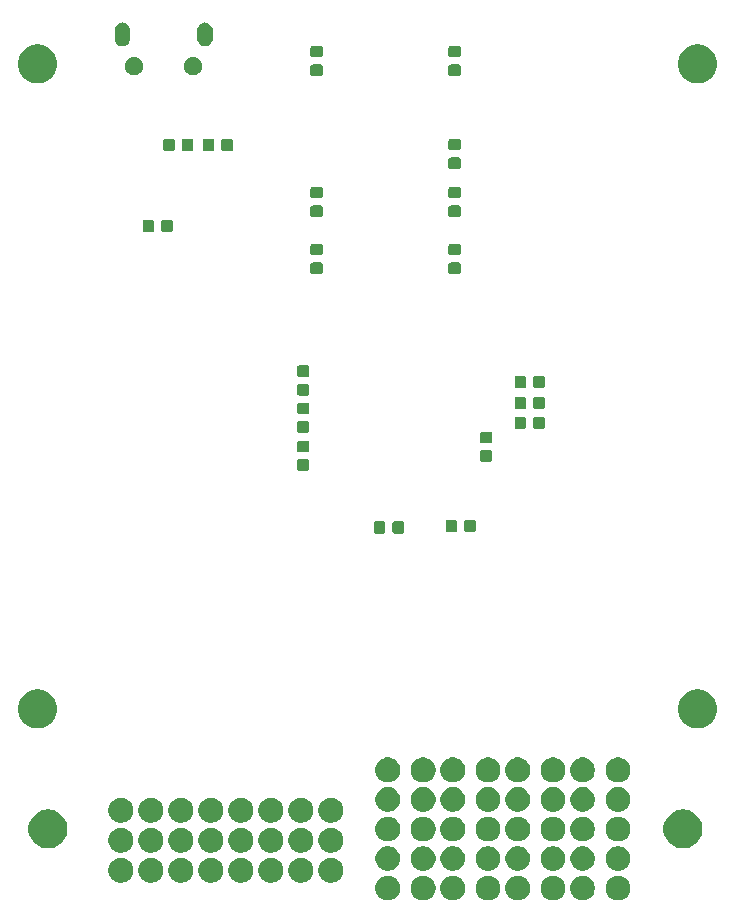
<source format=gbr>
G04 #@! TF.GenerationSoftware,KiCad,Pcbnew,5.1.2*
G04 #@! TF.CreationDate,2019-07-22T21:22:39-05:00*
G04 #@! TF.ProjectId,Raptor2000,52617074-6f72-4323-9030-302e6b696361,A*
G04 #@! TF.SameCoordinates,Original*
G04 #@! TF.FileFunction,Soldermask,Bot*
G04 #@! TF.FilePolarity,Negative*
%FSLAX46Y46*%
G04 Gerber Fmt 4.6, Leading zero omitted, Abs format (unit mm)*
G04 Created by KiCad (PCBNEW 5.1.2) date 2019-07-22 21:22:39*
%MOMM*%
%LPD*%
G04 APERTURE LIST*
%ADD10C,0.100000*%
G04 APERTURE END LIST*
D10*
G36*
X167175506Y-130545081D02*
G01*
X167287528Y-130591482D01*
X167366740Y-130624293D01*
X167481737Y-130701132D01*
X167517975Y-130725345D01*
X167538846Y-130739291D01*
X167685209Y-130885654D01*
X167800207Y-131057760D01*
X167820313Y-131106300D01*
X167879419Y-131248994D01*
X167919800Y-131452004D01*
X167919800Y-131658996D01*
X167879419Y-131862006D01*
X167833018Y-131974028D01*
X167800207Y-132053240D01*
X167685209Y-132225346D01*
X167538846Y-132371709D01*
X167366740Y-132486707D01*
X167287528Y-132519518D01*
X167175506Y-132565919D01*
X166972496Y-132606300D01*
X166765504Y-132606300D01*
X166562494Y-132565919D01*
X166450472Y-132519518D01*
X166371260Y-132486707D01*
X166199154Y-132371709D01*
X166052791Y-132225346D01*
X165937793Y-132053240D01*
X165904982Y-131974028D01*
X165858581Y-131862006D01*
X165818200Y-131658996D01*
X165818200Y-131452004D01*
X165858581Y-131248994D01*
X165917687Y-131106300D01*
X165937793Y-131057760D01*
X166052791Y-130885654D01*
X166199154Y-130739291D01*
X166220026Y-130725345D01*
X166256263Y-130701132D01*
X166371260Y-130624293D01*
X166450472Y-130591482D01*
X166562494Y-130545081D01*
X166765504Y-130504700D01*
X166972496Y-130504700D01*
X167175506Y-130545081D01*
X167175506Y-130545081D01*
G37*
G36*
X161675506Y-130545081D02*
G01*
X161787528Y-130591482D01*
X161866740Y-130624293D01*
X161981737Y-130701132D01*
X162017975Y-130725345D01*
X162038846Y-130739291D01*
X162185209Y-130885654D01*
X162300207Y-131057760D01*
X162320313Y-131106300D01*
X162379419Y-131248994D01*
X162419800Y-131452004D01*
X162419800Y-131658996D01*
X162379419Y-131862006D01*
X162333018Y-131974028D01*
X162300207Y-132053240D01*
X162185209Y-132225346D01*
X162038846Y-132371709D01*
X161866740Y-132486707D01*
X161787528Y-132519518D01*
X161675506Y-132565919D01*
X161472496Y-132606300D01*
X161265504Y-132606300D01*
X161062494Y-132565919D01*
X160950472Y-132519518D01*
X160871260Y-132486707D01*
X160699154Y-132371709D01*
X160552791Y-132225346D01*
X160437793Y-132053240D01*
X160404982Y-131974028D01*
X160358581Y-131862006D01*
X160318200Y-131658996D01*
X160318200Y-131452004D01*
X160358581Y-131248994D01*
X160417687Y-131106300D01*
X160437793Y-131057760D01*
X160552791Y-130885654D01*
X160699154Y-130739291D01*
X160720026Y-130725345D01*
X160756263Y-130701132D01*
X160871260Y-130624293D01*
X160950472Y-130591482D01*
X161062494Y-130545081D01*
X161265504Y-130504700D01*
X161472496Y-130504700D01*
X161675506Y-130545081D01*
X161675506Y-130545081D01*
G37*
G36*
X158675506Y-130545081D02*
G01*
X158787528Y-130591482D01*
X158866740Y-130624293D01*
X158981737Y-130701132D01*
X159017975Y-130725345D01*
X159038846Y-130739291D01*
X159185209Y-130885654D01*
X159300207Y-131057760D01*
X159320313Y-131106300D01*
X159379419Y-131248994D01*
X159419800Y-131452004D01*
X159419800Y-131658996D01*
X159379419Y-131862006D01*
X159333018Y-131974028D01*
X159300207Y-132053240D01*
X159185209Y-132225346D01*
X159038846Y-132371709D01*
X158866740Y-132486707D01*
X158787528Y-132519518D01*
X158675506Y-132565919D01*
X158472496Y-132606300D01*
X158265504Y-132606300D01*
X158062494Y-132565919D01*
X157950472Y-132519518D01*
X157871260Y-132486707D01*
X157699154Y-132371709D01*
X157552791Y-132225346D01*
X157437793Y-132053240D01*
X157404982Y-131974028D01*
X157358581Y-131862006D01*
X157318200Y-131658996D01*
X157318200Y-131452004D01*
X157358581Y-131248994D01*
X157417687Y-131106300D01*
X157437793Y-131057760D01*
X157552791Y-130885654D01*
X157699154Y-130739291D01*
X157720026Y-130725345D01*
X157756263Y-130701132D01*
X157871260Y-130624293D01*
X157950472Y-130591482D01*
X158062494Y-130545081D01*
X158265504Y-130504700D01*
X158472496Y-130504700D01*
X158675506Y-130545081D01*
X158675506Y-130545081D01*
G37*
G36*
X156175506Y-130545081D02*
G01*
X156287528Y-130591482D01*
X156366740Y-130624293D01*
X156481737Y-130701132D01*
X156517975Y-130725345D01*
X156538846Y-130739291D01*
X156685209Y-130885654D01*
X156800207Y-131057760D01*
X156820313Y-131106300D01*
X156879419Y-131248994D01*
X156919800Y-131452004D01*
X156919800Y-131658996D01*
X156879419Y-131862006D01*
X156833018Y-131974028D01*
X156800207Y-132053240D01*
X156685209Y-132225346D01*
X156538846Y-132371709D01*
X156366740Y-132486707D01*
X156287528Y-132519518D01*
X156175506Y-132565919D01*
X155972496Y-132606300D01*
X155765504Y-132606300D01*
X155562494Y-132565919D01*
X155450472Y-132519518D01*
X155371260Y-132486707D01*
X155199154Y-132371709D01*
X155052791Y-132225346D01*
X154937793Y-132053240D01*
X154904982Y-131974028D01*
X154858581Y-131862006D01*
X154818200Y-131658996D01*
X154818200Y-131452004D01*
X154858581Y-131248994D01*
X154917687Y-131106300D01*
X154937793Y-131057760D01*
X155052791Y-130885654D01*
X155199154Y-130739291D01*
X155220026Y-130725345D01*
X155256263Y-130701132D01*
X155371260Y-130624293D01*
X155450472Y-130591482D01*
X155562494Y-130545081D01*
X155765504Y-130504700D01*
X155972496Y-130504700D01*
X156175506Y-130545081D01*
X156175506Y-130545081D01*
G37*
G36*
X153175506Y-130545081D02*
G01*
X153287528Y-130591482D01*
X153366740Y-130624293D01*
X153481737Y-130701132D01*
X153517975Y-130725345D01*
X153538846Y-130739291D01*
X153685209Y-130885654D01*
X153800207Y-131057760D01*
X153820313Y-131106300D01*
X153879419Y-131248994D01*
X153919800Y-131452004D01*
X153919800Y-131658996D01*
X153879419Y-131862006D01*
X153833018Y-131974028D01*
X153800207Y-132053240D01*
X153685209Y-132225346D01*
X153538846Y-132371709D01*
X153366740Y-132486707D01*
X153287528Y-132519518D01*
X153175506Y-132565919D01*
X152972496Y-132606300D01*
X152765504Y-132606300D01*
X152562494Y-132565919D01*
X152450472Y-132519518D01*
X152371260Y-132486707D01*
X152199154Y-132371709D01*
X152052791Y-132225346D01*
X151937793Y-132053240D01*
X151904982Y-131974028D01*
X151858581Y-131862006D01*
X151818200Y-131658996D01*
X151818200Y-131452004D01*
X151858581Y-131248994D01*
X151917687Y-131106300D01*
X151937793Y-131057760D01*
X152052791Y-130885654D01*
X152199154Y-130739291D01*
X152220026Y-130725345D01*
X152256263Y-130701132D01*
X152371260Y-130624293D01*
X152450472Y-130591482D01*
X152562494Y-130545081D01*
X152765504Y-130504700D01*
X152972496Y-130504700D01*
X153175506Y-130545081D01*
X153175506Y-130545081D01*
G37*
G36*
X150675506Y-130545081D02*
G01*
X150787528Y-130591482D01*
X150866740Y-130624293D01*
X150981737Y-130701132D01*
X151017975Y-130725345D01*
X151038846Y-130739291D01*
X151185209Y-130885654D01*
X151300207Y-131057760D01*
X151320313Y-131106300D01*
X151379419Y-131248994D01*
X151419800Y-131452004D01*
X151419800Y-131658996D01*
X151379419Y-131862006D01*
X151333018Y-131974028D01*
X151300207Y-132053240D01*
X151185209Y-132225346D01*
X151038846Y-132371709D01*
X150866740Y-132486707D01*
X150787528Y-132519518D01*
X150675506Y-132565919D01*
X150472496Y-132606300D01*
X150265504Y-132606300D01*
X150062494Y-132565919D01*
X149950472Y-132519518D01*
X149871260Y-132486707D01*
X149699154Y-132371709D01*
X149552791Y-132225346D01*
X149437793Y-132053240D01*
X149404982Y-131974028D01*
X149358581Y-131862006D01*
X149318200Y-131658996D01*
X149318200Y-131452004D01*
X149358581Y-131248994D01*
X149417687Y-131106300D01*
X149437793Y-131057760D01*
X149552791Y-130885654D01*
X149699154Y-130739291D01*
X149720026Y-130725345D01*
X149756263Y-130701132D01*
X149871260Y-130624293D01*
X149950472Y-130591482D01*
X150062494Y-130545081D01*
X150265504Y-130504700D01*
X150472496Y-130504700D01*
X150675506Y-130545081D01*
X150675506Y-130545081D01*
G37*
G36*
X147675506Y-130545081D02*
G01*
X147787528Y-130591482D01*
X147866740Y-130624293D01*
X147981737Y-130701132D01*
X148017975Y-130725345D01*
X148038846Y-130739291D01*
X148185209Y-130885654D01*
X148300207Y-131057760D01*
X148320313Y-131106300D01*
X148379419Y-131248994D01*
X148419800Y-131452004D01*
X148419800Y-131658996D01*
X148379419Y-131862006D01*
X148333018Y-131974028D01*
X148300207Y-132053240D01*
X148185209Y-132225346D01*
X148038846Y-132371709D01*
X147866740Y-132486707D01*
X147787528Y-132519518D01*
X147675506Y-132565919D01*
X147472496Y-132606300D01*
X147265504Y-132606300D01*
X147062494Y-132565919D01*
X146950472Y-132519518D01*
X146871260Y-132486707D01*
X146699154Y-132371709D01*
X146552791Y-132225346D01*
X146437793Y-132053240D01*
X146404982Y-131974028D01*
X146358581Y-131862006D01*
X146318200Y-131658996D01*
X146318200Y-131452004D01*
X146358581Y-131248994D01*
X146417687Y-131106300D01*
X146437793Y-131057760D01*
X146552791Y-130885654D01*
X146699154Y-130739291D01*
X146720026Y-130725345D01*
X146756263Y-130701132D01*
X146871260Y-130624293D01*
X146950472Y-130591482D01*
X147062494Y-130545081D01*
X147265504Y-130504700D01*
X147472496Y-130504700D01*
X147675506Y-130545081D01*
X147675506Y-130545081D01*
G37*
G36*
X164175506Y-130545081D02*
G01*
X164287528Y-130591482D01*
X164366740Y-130624293D01*
X164481737Y-130701132D01*
X164517975Y-130725345D01*
X164538846Y-130739291D01*
X164685209Y-130885654D01*
X164800207Y-131057760D01*
X164820313Y-131106300D01*
X164879419Y-131248994D01*
X164919800Y-131452004D01*
X164919800Y-131658996D01*
X164879419Y-131862006D01*
X164833018Y-131974028D01*
X164800207Y-132053240D01*
X164685209Y-132225346D01*
X164538846Y-132371709D01*
X164366740Y-132486707D01*
X164287528Y-132519518D01*
X164175506Y-132565919D01*
X163972496Y-132606300D01*
X163765504Y-132606300D01*
X163562494Y-132565919D01*
X163450472Y-132519518D01*
X163371260Y-132486707D01*
X163199154Y-132371709D01*
X163052791Y-132225346D01*
X162937793Y-132053240D01*
X162904982Y-131974028D01*
X162858581Y-131862006D01*
X162818200Y-131658996D01*
X162818200Y-131452004D01*
X162858581Y-131248994D01*
X162917687Y-131106300D01*
X162937793Y-131057760D01*
X163052791Y-130885654D01*
X163199154Y-130739291D01*
X163220026Y-130725345D01*
X163256263Y-130701132D01*
X163371260Y-130624293D01*
X163450472Y-130591482D01*
X163562494Y-130545081D01*
X163765504Y-130504700D01*
X163972496Y-130504700D01*
X164175506Y-130545081D01*
X164175506Y-130545081D01*
G37*
G36*
X140325506Y-129045081D02*
G01*
X140437528Y-129091482D01*
X140516740Y-129124293D01*
X140688846Y-129239291D01*
X140835209Y-129385654D01*
X140950207Y-129557760D01*
X140950207Y-129557761D01*
X141029419Y-129748994D01*
X141069800Y-129952004D01*
X141069800Y-130158996D01*
X141029419Y-130362006D01*
X140983018Y-130474028D01*
X140950207Y-130553240D01*
X140873368Y-130668237D01*
X140835210Y-130725345D01*
X140688845Y-130871710D01*
X140631737Y-130909868D01*
X140516740Y-130986707D01*
X140437528Y-131019518D01*
X140325506Y-131065919D01*
X140122496Y-131106300D01*
X139915504Y-131106300D01*
X139712494Y-131065919D01*
X139600472Y-131019518D01*
X139521260Y-130986707D01*
X139406263Y-130909868D01*
X139349155Y-130871710D01*
X139202790Y-130725345D01*
X139164632Y-130668237D01*
X139087793Y-130553240D01*
X139054982Y-130474028D01*
X139008581Y-130362006D01*
X138968200Y-130158996D01*
X138968200Y-129952004D01*
X139008581Y-129748994D01*
X139087793Y-129557761D01*
X139087793Y-129557760D01*
X139202791Y-129385654D01*
X139349154Y-129239291D01*
X139521260Y-129124293D01*
X139600472Y-129091482D01*
X139712494Y-129045081D01*
X139915504Y-129004700D01*
X140122496Y-129004700D01*
X140325506Y-129045081D01*
X140325506Y-129045081D01*
G37*
G36*
X142865506Y-129045081D02*
G01*
X142977528Y-129091482D01*
X143056740Y-129124293D01*
X143228846Y-129239291D01*
X143375209Y-129385654D01*
X143490207Y-129557760D01*
X143490207Y-129557761D01*
X143569419Y-129748994D01*
X143609800Y-129952004D01*
X143609800Y-130158996D01*
X143569419Y-130362006D01*
X143523018Y-130474028D01*
X143490207Y-130553240D01*
X143413368Y-130668237D01*
X143375210Y-130725345D01*
X143228845Y-130871710D01*
X143171737Y-130909868D01*
X143056740Y-130986707D01*
X142977528Y-131019518D01*
X142865506Y-131065919D01*
X142662496Y-131106300D01*
X142455504Y-131106300D01*
X142252494Y-131065919D01*
X142140472Y-131019518D01*
X142061260Y-130986707D01*
X141946263Y-130909868D01*
X141889155Y-130871710D01*
X141742790Y-130725345D01*
X141704632Y-130668237D01*
X141627793Y-130553240D01*
X141594982Y-130474028D01*
X141548581Y-130362006D01*
X141508200Y-130158996D01*
X141508200Y-129952004D01*
X141548581Y-129748994D01*
X141627793Y-129557761D01*
X141627793Y-129557760D01*
X141742791Y-129385654D01*
X141889154Y-129239291D01*
X142061260Y-129124293D01*
X142140472Y-129091482D01*
X142252494Y-129045081D01*
X142455504Y-129004700D01*
X142662496Y-129004700D01*
X142865506Y-129045081D01*
X142865506Y-129045081D01*
G37*
G36*
X137785506Y-129045081D02*
G01*
X137897528Y-129091482D01*
X137976740Y-129124293D01*
X138148846Y-129239291D01*
X138295209Y-129385654D01*
X138410207Y-129557760D01*
X138410207Y-129557761D01*
X138489419Y-129748994D01*
X138529800Y-129952004D01*
X138529800Y-130158996D01*
X138489419Y-130362006D01*
X138443018Y-130474028D01*
X138410207Y-130553240D01*
X138333368Y-130668237D01*
X138295210Y-130725345D01*
X138148845Y-130871710D01*
X138091737Y-130909868D01*
X137976740Y-130986707D01*
X137897528Y-131019518D01*
X137785506Y-131065919D01*
X137582496Y-131106300D01*
X137375504Y-131106300D01*
X137172494Y-131065919D01*
X137060472Y-131019518D01*
X136981260Y-130986707D01*
X136866263Y-130909868D01*
X136809155Y-130871710D01*
X136662790Y-130725345D01*
X136624632Y-130668237D01*
X136547793Y-130553240D01*
X136514982Y-130474028D01*
X136468581Y-130362006D01*
X136428200Y-130158996D01*
X136428200Y-129952004D01*
X136468581Y-129748994D01*
X136547793Y-129557761D01*
X136547793Y-129557760D01*
X136662791Y-129385654D01*
X136809154Y-129239291D01*
X136981260Y-129124293D01*
X137060472Y-129091482D01*
X137172494Y-129045081D01*
X137375504Y-129004700D01*
X137582496Y-129004700D01*
X137785506Y-129045081D01*
X137785506Y-129045081D01*
G37*
G36*
X132705506Y-129045081D02*
G01*
X132817528Y-129091482D01*
X132896740Y-129124293D01*
X133068846Y-129239291D01*
X133215209Y-129385654D01*
X133330207Y-129557760D01*
X133330207Y-129557761D01*
X133409419Y-129748994D01*
X133449800Y-129952004D01*
X133449800Y-130158996D01*
X133409419Y-130362006D01*
X133363018Y-130474028D01*
X133330207Y-130553240D01*
X133253368Y-130668237D01*
X133215210Y-130725345D01*
X133068845Y-130871710D01*
X133011737Y-130909868D01*
X132896740Y-130986707D01*
X132817528Y-131019518D01*
X132705506Y-131065919D01*
X132502496Y-131106300D01*
X132295504Y-131106300D01*
X132092494Y-131065919D01*
X131980472Y-131019518D01*
X131901260Y-130986707D01*
X131786263Y-130909868D01*
X131729155Y-130871710D01*
X131582790Y-130725345D01*
X131544632Y-130668237D01*
X131467793Y-130553240D01*
X131434982Y-130474028D01*
X131388581Y-130362006D01*
X131348200Y-130158996D01*
X131348200Y-129952004D01*
X131388581Y-129748994D01*
X131467793Y-129557761D01*
X131467793Y-129557760D01*
X131582791Y-129385654D01*
X131729154Y-129239291D01*
X131901260Y-129124293D01*
X131980472Y-129091482D01*
X132092494Y-129045081D01*
X132295504Y-129004700D01*
X132502496Y-129004700D01*
X132705506Y-129045081D01*
X132705506Y-129045081D01*
G37*
G36*
X130165506Y-129045081D02*
G01*
X130277528Y-129091482D01*
X130356740Y-129124293D01*
X130528846Y-129239291D01*
X130675209Y-129385654D01*
X130790207Y-129557760D01*
X130790207Y-129557761D01*
X130869419Y-129748994D01*
X130909800Y-129952004D01*
X130909800Y-130158996D01*
X130869419Y-130362006D01*
X130823018Y-130474028D01*
X130790207Y-130553240D01*
X130713368Y-130668237D01*
X130675210Y-130725345D01*
X130528845Y-130871710D01*
X130471737Y-130909868D01*
X130356740Y-130986707D01*
X130277528Y-131019518D01*
X130165506Y-131065919D01*
X129962496Y-131106300D01*
X129755504Y-131106300D01*
X129552494Y-131065919D01*
X129440472Y-131019518D01*
X129361260Y-130986707D01*
X129246263Y-130909868D01*
X129189155Y-130871710D01*
X129042790Y-130725345D01*
X129004632Y-130668237D01*
X128927793Y-130553240D01*
X128894982Y-130474028D01*
X128848581Y-130362006D01*
X128808200Y-130158996D01*
X128808200Y-129952004D01*
X128848581Y-129748994D01*
X128927793Y-129557761D01*
X128927793Y-129557760D01*
X129042791Y-129385654D01*
X129189154Y-129239291D01*
X129361260Y-129124293D01*
X129440472Y-129091482D01*
X129552494Y-129045081D01*
X129755504Y-129004700D01*
X129962496Y-129004700D01*
X130165506Y-129045081D01*
X130165506Y-129045081D01*
G37*
G36*
X127625506Y-129045081D02*
G01*
X127737528Y-129091482D01*
X127816740Y-129124293D01*
X127988846Y-129239291D01*
X128135209Y-129385654D01*
X128250207Y-129557760D01*
X128250207Y-129557761D01*
X128329419Y-129748994D01*
X128369800Y-129952004D01*
X128369800Y-130158996D01*
X128329419Y-130362006D01*
X128283018Y-130474028D01*
X128250207Y-130553240D01*
X128173368Y-130668237D01*
X128135210Y-130725345D01*
X127988845Y-130871710D01*
X127931737Y-130909868D01*
X127816740Y-130986707D01*
X127737528Y-131019518D01*
X127625506Y-131065919D01*
X127422496Y-131106300D01*
X127215504Y-131106300D01*
X127012494Y-131065919D01*
X126900472Y-131019518D01*
X126821260Y-130986707D01*
X126706263Y-130909868D01*
X126649155Y-130871710D01*
X126502790Y-130725345D01*
X126464632Y-130668237D01*
X126387793Y-130553240D01*
X126354982Y-130474028D01*
X126308581Y-130362006D01*
X126268200Y-130158996D01*
X126268200Y-129952004D01*
X126308581Y-129748994D01*
X126387793Y-129557761D01*
X126387793Y-129557760D01*
X126502791Y-129385654D01*
X126649154Y-129239291D01*
X126821260Y-129124293D01*
X126900472Y-129091482D01*
X127012494Y-129045081D01*
X127215504Y-129004700D01*
X127422496Y-129004700D01*
X127625506Y-129045081D01*
X127625506Y-129045081D01*
G37*
G36*
X135245506Y-129045081D02*
G01*
X135357528Y-129091482D01*
X135436740Y-129124293D01*
X135608846Y-129239291D01*
X135755209Y-129385654D01*
X135870207Y-129557760D01*
X135870207Y-129557761D01*
X135949419Y-129748994D01*
X135989800Y-129952004D01*
X135989800Y-130158996D01*
X135949419Y-130362006D01*
X135903018Y-130474028D01*
X135870207Y-130553240D01*
X135793368Y-130668237D01*
X135755210Y-130725345D01*
X135608845Y-130871710D01*
X135551737Y-130909868D01*
X135436740Y-130986707D01*
X135357528Y-131019518D01*
X135245506Y-131065919D01*
X135042496Y-131106300D01*
X134835504Y-131106300D01*
X134632494Y-131065919D01*
X134520472Y-131019518D01*
X134441260Y-130986707D01*
X134326263Y-130909868D01*
X134269155Y-130871710D01*
X134122790Y-130725345D01*
X134084632Y-130668237D01*
X134007793Y-130553240D01*
X133974982Y-130474028D01*
X133928581Y-130362006D01*
X133888200Y-130158996D01*
X133888200Y-129952004D01*
X133928581Y-129748994D01*
X134007793Y-129557761D01*
X134007793Y-129557760D01*
X134122791Y-129385654D01*
X134269154Y-129239291D01*
X134441260Y-129124293D01*
X134520472Y-129091482D01*
X134632494Y-129045081D01*
X134835504Y-129004700D01*
X135042496Y-129004700D01*
X135245506Y-129045081D01*
X135245506Y-129045081D01*
G37*
G36*
X125085506Y-129045081D02*
G01*
X125197528Y-129091482D01*
X125276740Y-129124293D01*
X125448846Y-129239291D01*
X125595209Y-129385654D01*
X125710207Y-129557760D01*
X125710207Y-129557761D01*
X125789419Y-129748994D01*
X125829800Y-129952004D01*
X125829800Y-130158996D01*
X125789419Y-130362006D01*
X125743018Y-130474028D01*
X125710207Y-130553240D01*
X125633368Y-130668237D01*
X125595210Y-130725345D01*
X125448845Y-130871710D01*
X125391737Y-130909868D01*
X125276740Y-130986707D01*
X125197528Y-131019518D01*
X125085506Y-131065919D01*
X124882496Y-131106300D01*
X124675504Y-131106300D01*
X124472494Y-131065919D01*
X124360472Y-131019518D01*
X124281260Y-130986707D01*
X124166263Y-130909868D01*
X124109155Y-130871710D01*
X123962790Y-130725345D01*
X123924632Y-130668237D01*
X123847793Y-130553240D01*
X123814982Y-130474028D01*
X123768581Y-130362006D01*
X123728200Y-130158996D01*
X123728200Y-129952004D01*
X123768581Y-129748994D01*
X123847793Y-129557761D01*
X123847793Y-129557760D01*
X123962791Y-129385654D01*
X124109154Y-129239291D01*
X124281260Y-129124293D01*
X124360472Y-129091482D01*
X124472494Y-129045081D01*
X124675504Y-129004700D01*
X124882496Y-129004700D01*
X125085506Y-129045081D01*
X125085506Y-129045081D01*
G37*
G36*
X156175506Y-128045081D02*
G01*
X156287528Y-128091482D01*
X156366740Y-128124293D01*
X156538846Y-128239291D01*
X156685209Y-128385654D01*
X156800207Y-128557760D01*
X156800207Y-128557761D01*
X156879419Y-128748994D01*
X156919800Y-128952004D01*
X156919800Y-129158996D01*
X156879419Y-129362006D01*
X156869623Y-129385655D01*
X156800207Y-129553240D01*
X156685209Y-129725346D01*
X156538846Y-129871709D01*
X156366740Y-129986707D01*
X156287528Y-130019518D01*
X156175506Y-130065919D01*
X155972496Y-130106300D01*
X155765504Y-130106300D01*
X155562494Y-130065919D01*
X155450472Y-130019518D01*
X155371260Y-129986707D01*
X155199154Y-129871709D01*
X155052791Y-129725346D01*
X154937793Y-129553240D01*
X154868377Y-129385655D01*
X154858581Y-129362006D01*
X154818200Y-129158996D01*
X154818200Y-128952004D01*
X154858581Y-128748994D01*
X154937793Y-128557761D01*
X154937793Y-128557760D01*
X155052791Y-128385654D01*
X155199154Y-128239291D01*
X155371260Y-128124293D01*
X155450472Y-128091482D01*
X155562494Y-128045081D01*
X155765504Y-128004700D01*
X155972496Y-128004700D01*
X156175506Y-128045081D01*
X156175506Y-128045081D01*
G37*
G36*
X161675506Y-128045081D02*
G01*
X161787528Y-128091482D01*
X161866740Y-128124293D01*
X162038846Y-128239291D01*
X162185209Y-128385654D01*
X162300207Y-128557760D01*
X162300207Y-128557761D01*
X162379419Y-128748994D01*
X162419800Y-128952004D01*
X162419800Y-129158996D01*
X162379419Y-129362006D01*
X162369623Y-129385655D01*
X162300207Y-129553240D01*
X162185209Y-129725346D01*
X162038846Y-129871709D01*
X161866740Y-129986707D01*
X161787528Y-130019518D01*
X161675506Y-130065919D01*
X161472496Y-130106300D01*
X161265504Y-130106300D01*
X161062494Y-130065919D01*
X160950472Y-130019518D01*
X160871260Y-129986707D01*
X160699154Y-129871709D01*
X160552791Y-129725346D01*
X160437793Y-129553240D01*
X160368377Y-129385655D01*
X160358581Y-129362006D01*
X160318200Y-129158996D01*
X160318200Y-128952004D01*
X160358581Y-128748994D01*
X160437793Y-128557761D01*
X160437793Y-128557760D01*
X160552791Y-128385654D01*
X160699154Y-128239291D01*
X160871260Y-128124293D01*
X160950472Y-128091482D01*
X161062494Y-128045081D01*
X161265504Y-128004700D01*
X161472496Y-128004700D01*
X161675506Y-128045081D01*
X161675506Y-128045081D01*
G37*
G36*
X164175506Y-128045081D02*
G01*
X164287528Y-128091482D01*
X164366740Y-128124293D01*
X164538846Y-128239291D01*
X164685209Y-128385654D01*
X164800207Y-128557760D01*
X164800207Y-128557761D01*
X164879419Y-128748994D01*
X164919800Y-128952004D01*
X164919800Y-129158996D01*
X164879419Y-129362006D01*
X164869623Y-129385655D01*
X164800207Y-129553240D01*
X164685209Y-129725346D01*
X164538846Y-129871709D01*
X164366740Y-129986707D01*
X164287528Y-130019518D01*
X164175506Y-130065919D01*
X163972496Y-130106300D01*
X163765504Y-130106300D01*
X163562494Y-130065919D01*
X163450472Y-130019518D01*
X163371260Y-129986707D01*
X163199154Y-129871709D01*
X163052791Y-129725346D01*
X162937793Y-129553240D01*
X162868377Y-129385655D01*
X162858581Y-129362006D01*
X162818200Y-129158996D01*
X162818200Y-128952004D01*
X162858581Y-128748994D01*
X162937793Y-128557761D01*
X162937793Y-128557760D01*
X163052791Y-128385654D01*
X163199154Y-128239291D01*
X163371260Y-128124293D01*
X163450472Y-128091482D01*
X163562494Y-128045081D01*
X163765504Y-128004700D01*
X163972496Y-128004700D01*
X164175506Y-128045081D01*
X164175506Y-128045081D01*
G37*
G36*
X147675506Y-128045081D02*
G01*
X147787528Y-128091482D01*
X147866740Y-128124293D01*
X148038846Y-128239291D01*
X148185209Y-128385654D01*
X148300207Y-128557760D01*
X148300207Y-128557761D01*
X148379419Y-128748994D01*
X148419800Y-128952004D01*
X148419800Y-129158996D01*
X148379419Y-129362006D01*
X148369623Y-129385655D01*
X148300207Y-129553240D01*
X148185209Y-129725346D01*
X148038846Y-129871709D01*
X147866740Y-129986707D01*
X147787528Y-130019518D01*
X147675506Y-130065919D01*
X147472496Y-130106300D01*
X147265504Y-130106300D01*
X147062494Y-130065919D01*
X146950472Y-130019518D01*
X146871260Y-129986707D01*
X146699154Y-129871709D01*
X146552791Y-129725346D01*
X146437793Y-129553240D01*
X146368377Y-129385655D01*
X146358581Y-129362006D01*
X146318200Y-129158996D01*
X146318200Y-128952004D01*
X146358581Y-128748994D01*
X146437793Y-128557761D01*
X146437793Y-128557760D01*
X146552791Y-128385654D01*
X146699154Y-128239291D01*
X146871260Y-128124293D01*
X146950472Y-128091482D01*
X147062494Y-128045081D01*
X147265504Y-128004700D01*
X147472496Y-128004700D01*
X147675506Y-128045081D01*
X147675506Y-128045081D01*
G37*
G36*
X150675506Y-128045081D02*
G01*
X150787528Y-128091482D01*
X150866740Y-128124293D01*
X151038846Y-128239291D01*
X151185209Y-128385654D01*
X151300207Y-128557760D01*
X151300207Y-128557761D01*
X151379419Y-128748994D01*
X151419800Y-128952004D01*
X151419800Y-129158996D01*
X151379419Y-129362006D01*
X151369623Y-129385655D01*
X151300207Y-129553240D01*
X151185209Y-129725346D01*
X151038846Y-129871709D01*
X150866740Y-129986707D01*
X150787528Y-130019518D01*
X150675506Y-130065919D01*
X150472496Y-130106300D01*
X150265504Y-130106300D01*
X150062494Y-130065919D01*
X149950472Y-130019518D01*
X149871260Y-129986707D01*
X149699154Y-129871709D01*
X149552791Y-129725346D01*
X149437793Y-129553240D01*
X149368377Y-129385655D01*
X149358581Y-129362006D01*
X149318200Y-129158996D01*
X149318200Y-128952004D01*
X149358581Y-128748994D01*
X149437793Y-128557761D01*
X149437793Y-128557760D01*
X149552791Y-128385654D01*
X149699154Y-128239291D01*
X149871260Y-128124293D01*
X149950472Y-128091482D01*
X150062494Y-128045081D01*
X150265504Y-128004700D01*
X150472496Y-128004700D01*
X150675506Y-128045081D01*
X150675506Y-128045081D01*
G37*
G36*
X167175506Y-128045081D02*
G01*
X167287528Y-128091482D01*
X167366740Y-128124293D01*
X167538846Y-128239291D01*
X167685209Y-128385654D01*
X167800207Y-128557760D01*
X167800207Y-128557761D01*
X167879419Y-128748994D01*
X167919800Y-128952004D01*
X167919800Y-129158996D01*
X167879419Y-129362006D01*
X167869623Y-129385655D01*
X167800207Y-129553240D01*
X167685209Y-129725346D01*
X167538846Y-129871709D01*
X167366740Y-129986707D01*
X167287528Y-130019518D01*
X167175506Y-130065919D01*
X166972496Y-130106300D01*
X166765504Y-130106300D01*
X166562494Y-130065919D01*
X166450472Y-130019518D01*
X166371260Y-129986707D01*
X166199154Y-129871709D01*
X166052791Y-129725346D01*
X165937793Y-129553240D01*
X165868377Y-129385655D01*
X165858581Y-129362006D01*
X165818200Y-129158996D01*
X165818200Y-128952004D01*
X165858581Y-128748994D01*
X165937793Y-128557761D01*
X165937793Y-128557760D01*
X166052791Y-128385654D01*
X166199154Y-128239291D01*
X166371260Y-128124293D01*
X166450472Y-128091482D01*
X166562494Y-128045081D01*
X166765504Y-128004700D01*
X166972496Y-128004700D01*
X167175506Y-128045081D01*
X167175506Y-128045081D01*
G37*
G36*
X153175506Y-128045081D02*
G01*
X153287528Y-128091482D01*
X153366740Y-128124293D01*
X153538846Y-128239291D01*
X153685209Y-128385654D01*
X153800207Y-128557760D01*
X153800207Y-128557761D01*
X153879419Y-128748994D01*
X153919800Y-128952004D01*
X153919800Y-129158996D01*
X153879419Y-129362006D01*
X153869623Y-129385655D01*
X153800207Y-129553240D01*
X153685209Y-129725346D01*
X153538846Y-129871709D01*
X153366740Y-129986707D01*
X153287528Y-130019518D01*
X153175506Y-130065919D01*
X152972496Y-130106300D01*
X152765504Y-130106300D01*
X152562494Y-130065919D01*
X152450472Y-130019518D01*
X152371260Y-129986707D01*
X152199154Y-129871709D01*
X152052791Y-129725346D01*
X151937793Y-129553240D01*
X151868377Y-129385655D01*
X151858581Y-129362006D01*
X151818200Y-129158996D01*
X151818200Y-128952004D01*
X151858581Y-128748994D01*
X151937793Y-128557761D01*
X151937793Y-128557760D01*
X152052791Y-128385654D01*
X152199154Y-128239291D01*
X152371260Y-128124293D01*
X152450472Y-128091482D01*
X152562494Y-128045081D01*
X152765504Y-128004700D01*
X152972496Y-128004700D01*
X153175506Y-128045081D01*
X153175506Y-128045081D01*
G37*
G36*
X158675506Y-128045081D02*
G01*
X158787528Y-128091482D01*
X158866740Y-128124293D01*
X159038846Y-128239291D01*
X159185209Y-128385654D01*
X159300207Y-128557760D01*
X159300207Y-128557761D01*
X159379419Y-128748994D01*
X159419800Y-128952004D01*
X159419800Y-129158996D01*
X159379419Y-129362006D01*
X159369623Y-129385655D01*
X159300207Y-129553240D01*
X159185209Y-129725346D01*
X159038846Y-129871709D01*
X158866740Y-129986707D01*
X158787528Y-130019518D01*
X158675506Y-130065919D01*
X158472496Y-130106300D01*
X158265504Y-130106300D01*
X158062494Y-130065919D01*
X157950472Y-130019518D01*
X157871260Y-129986707D01*
X157699154Y-129871709D01*
X157552791Y-129725346D01*
X157437793Y-129553240D01*
X157368377Y-129385655D01*
X157358581Y-129362006D01*
X157318200Y-129158996D01*
X157318200Y-128952004D01*
X157358581Y-128748994D01*
X157437793Y-128557761D01*
X157437793Y-128557760D01*
X157552791Y-128385654D01*
X157699154Y-128239291D01*
X157871260Y-128124293D01*
X157950472Y-128091482D01*
X158062494Y-128045081D01*
X158265504Y-128004700D01*
X158472496Y-128004700D01*
X158675506Y-128045081D01*
X158675506Y-128045081D01*
G37*
G36*
X130165506Y-126505081D02*
G01*
X130277528Y-126551482D01*
X130356740Y-126584293D01*
X130528846Y-126699291D01*
X130675209Y-126845654D01*
X130790207Y-127017760D01*
X130790207Y-127017761D01*
X130869419Y-127208994D01*
X130909800Y-127412004D01*
X130909800Y-127618996D01*
X130869419Y-127822006D01*
X130862893Y-127837760D01*
X130790207Y-128013240D01*
X130675209Y-128185346D01*
X130528846Y-128331709D01*
X130356740Y-128446707D01*
X130277528Y-128479518D01*
X130165506Y-128525919D01*
X129962496Y-128566300D01*
X129755504Y-128566300D01*
X129552494Y-128525919D01*
X129440472Y-128479518D01*
X129361260Y-128446707D01*
X129189154Y-128331709D01*
X129042791Y-128185346D01*
X128927793Y-128013240D01*
X128855107Y-127837760D01*
X128848581Y-127822006D01*
X128808200Y-127618996D01*
X128808200Y-127412004D01*
X128848581Y-127208994D01*
X128927793Y-127017761D01*
X128927793Y-127017760D01*
X129042791Y-126845654D01*
X129189154Y-126699291D01*
X129361260Y-126584293D01*
X129440472Y-126551482D01*
X129552494Y-126505081D01*
X129755504Y-126464700D01*
X129962496Y-126464700D01*
X130165506Y-126505081D01*
X130165506Y-126505081D01*
G37*
G36*
X142865506Y-126505081D02*
G01*
X142977528Y-126551482D01*
X143056740Y-126584293D01*
X143228846Y-126699291D01*
X143375209Y-126845654D01*
X143490207Y-127017760D01*
X143490207Y-127017761D01*
X143569419Y-127208994D01*
X143609800Y-127412004D01*
X143609800Y-127618996D01*
X143569419Y-127822006D01*
X143562893Y-127837760D01*
X143490207Y-128013240D01*
X143375209Y-128185346D01*
X143228846Y-128331709D01*
X143056740Y-128446707D01*
X142977528Y-128479518D01*
X142865506Y-128525919D01*
X142662496Y-128566300D01*
X142455504Y-128566300D01*
X142252494Y-128525919D01*
X142140472Y-128479518D01*
X142061260Y-128446707D01*
X141889154Y-128331709D01*
X141742791Y-128185346D01*
X141627793Y-128013240D01*
X141555107Y-127837760D01*
X141548581Y-127822006D01*
X141508200Y-127618996D01*
X141508200Y-127412004D01*
X141548581Y-127208994D01*
X141627793Y-127017761D01*
X141627793Y-127017760D01*
X141742791Y-126845654D01*
X141889154Y-126699291D01*
X142061260Y-126584293D01*
X142140472Y-126551482D01*
X142252494Y-126505081D01*
X142455504Y-126464700D01*
X142662496Y-126464700D01*
X142865506Y-126505081D01*
X142865506Y-126505081D01*
G37*
G36*
X137785506Y-126505081D02*
G01*
X137897528Y-126551482D01*
X137976740Y-126584293D01*
X138148846Y-126699291D01*
X138295209Y-126845654D01*
X138410207Y-127017760D01*
X138410207Y-127017761D01*
X138489419Y-127208994D01*
X138529800Y-127412004D01*
X138529800Y-127618996D01*
X138489419Y-127822006D01*
X138482893Y-127837760D01*
X138410207Y-128013240D01*
X138295209Y-128185346D01*
X138148846Y-128331709D01*
X137976740Y-128446707D01*
X137897528Y-128479518D01*
X137785506Y-128525919D01*
X137582496Y-128566300D01*
X137375504Y-128566300D01*
X137172494Y-128525919D01*
X137060472Y-128479518D01*
X136981260Y-128446707D01*
X136809154Y-128331709D01*
X136662791Y-128185346D01*
X136547793Y-128013240D01*
X136475107Y-127837760D01*
X136468581Y-127822006D01*
X136428200Y-127618996D01*
X136428200Y-127412004D01*
X136468581Y-127208994D01*
X136547793Y-127017761D01*
X136547793Y-127017760D01*
X136662791Y-126845654D01*
X136809154Y-126699291D01*
X136981260Y-126584293D01*
X137060472Y-126551482D01*
X137172494Y-126505081D01*
X137375504Y-126464700D01*
X137582496Y-126464700D01*
X137785506Y-126505081D01*
X137785506Y-126505081D01*
G37*
G36*
X125085506Y-126505081D02*
G01*
X125197528Y-126551482D01*
X125276740Y-126584293D01*
X125448846Y-126699291D01*
X125595209Y-126845654D01*
X125710207Y-127017760D01*
X125710207Y-127017761D01*
X125789419Y-127208994D01*
X125829800Y-127412004D01*
X125829800Y-127618996D01*
X125789419Y-127822006D01*
X125782893Y-127837760D01*
X125710207Y-128013240D01*
X125595209Y-128185346D01*
X125448846Y-128331709D01*
X125276740Y-128446707D01*
X125197528Y-128479518D01*
X125085506Y-128525919D01*
X124882496Y-128566300D01*
X124675504Y-128566300D01*
X124472494Y-128525919D01*
X124360472Y-128479518D01*
X124281260Y-128446707D01*
X124109154Y-128331709D01*
X123962791Y-128185346D01*
X123847793Y-128013240D01*
X123775107Y-127837760D01*
X123768581Y-127822006D01*
X123728200Y-127618996D01*
X123728200Y-127412004D01*
X123768581Y-127208994D01*
X123847793Y-127017761D01*
X123847793Y-127017760D01*
X123962791Y-126845654D01*
X124109154Y-126699291D01*
X124281260Y-126584293D01*
X124360472Y-126551482D01*
X124472494Y-126505081D01*
X124675504Y-126464700D01*
X124882496Y-126464700D01*
X125085506Y-126505081D01*
X125085506Y-126505081D01*
G37*
G36*
X127625506Y-126505081D02*
G01*
X127737528Y-126551482D01*
X127816740Y-126584293D01*
X127988846Y-126699291D01*
X128135209Y-126845654D01*
X128250207Y-127017760D01*
X128250207Y-127017761D01*
X128329419Y-127208994D01*
X128369800Y-127412004D01*
X128369800Y-127618996D01*
X128329419Y-127822006D01*
X128322893Y-127837760D01*
X128250207Y-128013240D01*
X128135209Y-128185346D01*
X127988846Y-128331709D01*
X127816740Y-128446707D01*
X127737528Y-128479518D01*
X127625506Y-128525919D01*
X127422496Y-128566300D01*
X127215504Y-128566300D01*
X127012494Y-128525919D01*
X126900472Y-128479518D01*
X126821260Y-128446707D01*
X126649154Y-128331709D01*
X126502791Y-128185346D01*
X126387793Y-128013240D01*
X126315107Y-127837760D01*
X126308581Y-127822006D01*
X126268200Y-127618996D01*
X126268200Y-127412004D01*
X126308581Y-127208994D01*
X126387793Y-127017761D01*
X126387793Y-127017760D01*
X126502791Y-126845654D01*
X126649154Y-126699291D01*
X126821260Y-126584293D01*
X126900472Y-126551482D01*
X127012494Y-126505081D01*
X127215504Y-126464700D01*
X127422496Y-126464700D01*
X127625506Y-126505081D01*
X127625506Y-126505081D01*
G37*
G36*
X132705506Y-126505081D02*
G01*
X132817528Y-126551482D01*
X132896740Y-126584293D01*
X133068846Y-126699291D01*
X133215209Y-126845654D01*
X133330207Y-127017760D01*
X133330207Y-127017761D01*
X133409419Y-127208994D01*
X133449800Y-127412004D01*
X133449800Y-127618996D01*
X133409419Y-127822006D01*
X133402893Y-127837760D01*
X133330207Y-128013240D01*
X133215209Y-128185346D01*
X133068846Y-128331709D01*
X132896740Y-128446707D01*
X132817528Y-128479518D01*
X132705506Y-128525919D01*
X132502496Y-128566300D01*
X132295504Y-128566300D01*
X132092494Y-128525919D01*
X131980472Y-128479518D01*
X131901260Y-128446707D01*
X131729154Y-128331709D01*
X131582791Y-128185346D01*
X131467793Y-128013240D01*
X131395107Y-127837760D01*
X131388581Y-127822006D01*
X131348200Y-127618996D01*
X131348200Y-127412004D01*
X131388581Y-127208994D01*
X131467793Y-127017761D01*
X131467793Y-127017760D01*
X131582791Y-126845654D01*
X131729154Y-126699291D01*
X131901260Y-126584293D01*
X131980472Y-126551482D01*
X132092494Y-126505081D01*
X132295504Y-126464700D01*
X132502496Y-126464700D01*
X132705506Y-126505081D01*
X132705506Y-126505081D01*
G37*
G36*
X140325506Y-126505081D02*
G01*
X140437528Y-126551482D01*
X140516740Y-126584293D01*
X140688846Y-126699291D01*
X140835209Y-126845654D01*
X140950207Y-127017760D01*
X140950207Y-127017761D01*
X141029419Y-127208994D01*
X141069800Y-127412004D01*
X141069800Y-127618996D01*
X141029419Y-127822006D01*
X141022893Y-127837760D01*
X140950207Y-128013240D01*
X140835209Y-128185346D01*
X140688846Y-128331709D01*
X140516740Y-128446707D01*
X140437528Y-128479518D01*
X140325506Y-128525919D01*
X140122496Y-128566300D01*
X139915504Y-128566300D01*
X139712494Y-128525919D01*
X139600472Y-128479518D01*
X139521260Y-128446707D01*
X139349154Y-128331709D01*
X139202791Y-128185346D01*
X139087793Y-128013240D01*
X139015107Y-127837760D01*
X139008581Y-127822006D01*
X138968200Y-127618996D01*
X138968200Y-127412004D01*
X139008581Y-127208994D01*
X139087793Y-127017761D01*
X139087793Y-127017760D01*
X139202791Y-126845654D01*
X139349154Y-126699291D01*
X139521260Y-126584293D01*
X139600472Y-126551482D01*
X139712494Y-126505081D01*
X139915504Y-126464700D01*
X140122496Y-126464700D01*
X140325506Y-126505081D01*
X140325506Y-126505081D01*
G37*
G36*
X135245506Y-126505081D02*
G01*
X135357528Y-126551482D01*
X135436740Y-126584293D01*
X135608846Y-126699291D01*
X135755209Y-126845654D01*
X135870207Y-127017760D01*
X135870207Y-127017761D01*
X135949419Y-127208994D01*
X135989800Y-127412004D01*
X135989800Y-127618996D01*
X135949419Y-127822006D01*
X135942893Y-127837760D01*
X135870207Y-128013240D01*
X135755209Y-128185346D01*
X135608846Y-128331709D01*
X135436740Y-128446707D01*
X135357528Y-128479518D01*
X135245506Y-128525919D01*
X135042496Y-128566300D01*
X134835504Y-128566300D01*
X134632494Y-128525919D01*
X134520472Y-128479518D01*
X134441260Y-128446707D01*
X134269154Y-128331709D01*
X134122791Y-128185346D01*
X134007793Y-128013240D01*
X133935107Y-127837760D01*
X133928581Y-127822006D01*
X133888200Y-127618996D01*
X133888200Y-127412004D01*
X133928581Y-127208994D01*
X134007793Y-127017761D01*
X134007793Y-127017760D01*
X134122791Y-126845654D01*
X134269154Y-126699291D01*
X134441260Y-126584293D01*
X134520472Y-126551482D01*
X134632494Y-126505081D01*
X134835504Y-126464700D01*
X135042496Y-126464700D01*
X135245506Y-126505081D01*
X135245506Y-126505081D01*
G37*
G36*
X172637900Y-124925846D02*
G01*
X172850521Y-124968139D01*
X173150947Y-125092580D01*
X173421324Y-125273240D01*
X173651260Y-125503176D01*
X173831920Y-125773553D01*
X173956361Y-126073979D01*
X174019800Y-126392910D01*
X174019800Y-126718090D01*
X173956361Y-127037021D01*
X173831920Y-127337447D01*
X173651260Y-127607824D01*
X173421324Y-127837760D01*
X173150947Y-128018420D01*
X172850521Y-128142861D01*
X172637900Y-128185154D01*
X172531591Y-128206300D01*
X172206409Y-128206300D01*
X172100100Y-128185154D01*
X171887479Y-128142861D01*
X171587053Y-128018420D01*
X171316676Y-127837760D01*
X171086740Y-127607824D01*
X170906080Y-127337447D01*
X170781639Y-127037021D01*
X170718200Y-126718090D01*
X170718200Y-126392910D01*
X170781639Y-126073979D01*
X170906080Y-125773553D01*
X171086740Y-125503176D01*
X171316676Y-125273240D01*
X171587053Y-125092580D01*
X171887479Y-124968139D01*
X172100100Y-124925846D01*
X172206409Y-124904700D01*
X172531591Y-124904700D01*
X172637900Y-124925846D01*
X172637900Y-124925846D01*
G37*
G36*
X118877900Y-124925846D02*
G01*
X119090521Y-124968139D01*
X119390947Y-125092580D01*
X119661324Y-125273240D01*
X119891260Y-125503176D01*
X120071920Y-125773553D01*
X120196361Y-126073979D01*
X120259800Y-126392910D01*
X120259800Y-126718090D01*
X120196361Y-127037021D01*
X120071920Y-127337447D01*
X119891260Y-127607824D01*
X119661324Y-127837760D01*
X119390947Y-128018420D01*
X119090521Y-128142861D01*
X118877900Y-128185154D01*
X118771591Y-128206300D01*
X118446409Y-128206300D01*
X118340100Y-128185154D01*
X118127479Y-128142861D01*
X117827053Y-128018420D01*
X117556676Y-127837760D01*
X117326740Y-127607824D01*
X117146080Y-127337447D01*
X117021639Y-127037021D01*
X116958200Y-126718090D01*
X116958200Y-126392910D01*
X117021639Y-126073979D01*
X117146080Y-125773553D01*
X117326740Y-125503176D01*
X117556676Y-125273240D01*
X117827053Y-125092580D01*
X118127479Y-124968139D01*
X118340100Y-124925846D01*
X118446409Y-124904700D01*
X118771591Y-124904700D01*
X118877900Y-124925846D01*
X118877900Y-124925846D01*
G37*
G36*
X164175506Y-125545081D02*
G01*
X164287528Y-125591482D01*
X164366740Y-125624293D01*
X164538846Y-125739291D01*
X164685209Y-125885654D01*
X164800207Y-126057760D01*
X164800207Y-126057761D01*
X164879419Y-126248994D01*
X164919800Y-126452004D01*
X164919800Y-126658996D01*
X164879419Y-126862006D01*
X164833018Y-126974028D01*
X164800207Y-127053240D01*
X164685209Y-127225346D01*
X164538846Y-127371709D01*
X164366740Y-127486707D01*
X164287528Y-127519518D01*
X164175506Y-127565919D01*
X163972496Y-127606300D01*
X163765504Y-127606300D01*
X163562494Y-127565919D01*
X163450472Y-127519518D01*
X163371260Y-127486707D01*
X163199154Y-127371709D01*
X163052791Y-127225346D01*
X162937793Y-127053240D01*
X162904982Y-126974028D01*
X162858581Y-126862006D01*
X162818200Y-126658996D01*
X162818200Y-126452004D01*
X162858581Y-126248994D01*
X162937793Y-126057761D01*
X162937793Y-126057760D01*
X163052791Y-125885654D01*
X163199154Y-125739291D01*
X163371260Y-125624293D01*
X163450472Y-125591482D01*
X163562494Y-125545081D01*
X163765504Y-125504700D01*
X163972496Y-125504700D01*
X164175506Y-125545081D01*
X164175506Y-125545081D01*
G37*
G36*
X167175506Y-125545081D02*
G01*
X167287528Y-125591482D01*
X167366740Y-125624293D01*
X167538846Y-125739291D01*
X167685209Y-125885654D01*
X167800207Y-126057760D01*
X167800207Y-126057761D01*
X167879419Y-126248994D01*
X167919800Y-126452004D01*
X167919800Y-126658996D01*
X167879419Y-126862006D01*
X167833018Y-126974028D01*
X167800207Y-127053240D01*
X167685209Y-127225346D01*
X167538846Y-127371709D01*
X167366740Y-127486707D01*
X167287528Y-127519518D01*
X167175506Y-127565919D01*
X166972496Y-127606300D01*
X166765504Y-127606300D01*
X166562494Y-127565919D01*
X166450472Y-127519518D01*
X166371260Y-127486707D01*
X166199154Y-127371709D01*
X166052791Y-127225346D01*
X165937793Y-127053240D01*
X165904982Y-126974028D01*
X165858581Y-126862006D01*
X165818200Y-126658996D01*
X165818200Y-126452004D01*
X165858581Y-126248994D01*
X165937793Y-126057761D01*
X165937793Y-126057760D01*
X166052791Y-125885654D01*
X166199154Y-125739291D01*
X166371260Y-125624293D01*
X166450472Y-125591482D01*
X166562494Y-125545081D01*
X166765504Y-125504700D01*
X166972496Y-125504700D01*
X167175506Y-125545081D01*
X167175506Y-125545081D01*
G37*
G36*
X147675506Y-125545081D02*
G01*
X147787528Y-125591482D01*
X147866740Y-125624293D01*
X148038846Y-125739291D01*
X148185209Y-125885654D01*
X148300207Y-126057760D01*
X148300207Y-126057761D01*
X148379419Y-126248994D01*
X148419800Y-126452004D01*
X148419800Y-126658996D01*
X148379419Y-126862006D01*
X148333018Y-126974028D01*
X148300207Y-127053240D01*
X148185209Y-127225346D01*
X148038846Y-127371709D01*
X147866740Y-127486707D01*
X147787528Y-127519518D01*
X147675506Y-127565919D01*
X147472496Y-127606300D01*
X147265504Y-127606300D01*
X147062494Y-127565919D01*
X146950472Y-127519518D01*
X146871260Y-127486707D01*
X146699154Y-127371709D01*
X146552791Y-127225346D01*
X146437793Y-127053240D01*
X146404982Y-126974028D01*
X146358581Y-126862006D01*
X146318200Y-126658996D01*
X146318200Y-126452004D01*
X146358581Y-126248994D01*
X146437793Y-126057761D01*
X146437793Y-126057760D01*
X146552791Y-125885654D01*
X146699154Y-125739291D01*
X146871260Y-125624293D01*
X146950472Y-125591482D01*
X147062494Y-125545081D01*
X147265504Y-125504700D01*
X147472496Y-125504700D01*
X147675506Y-125545081D01*
X147675506Y-125545081D01*
G37*
G36*
X150675506Y-125545081D02*
G01*
X150787528Y-125591482D01*
X150866740Y-125624293D01*
X151038846Y-125739291D01*
X151185209Y-125885654D01*
X151300207Y-126057760D01*
X151300207Y-126057761D01*
X151379419Y-126248994D01*
X151419800Y-126452004D01*
X151419800Y-126658996D01*
X151379419Y-126862006D01*
X151333018Y-126974028D01*
X151300207Y-127053240D01*
X151185209Y-127225346D01*
X151038846Y-127371709D01*
X150866740Y-127486707D01*
X150787528Y-127519518D01*
X150675506Y-127565919D01*
X150472496Y-127606300D01*
X150265504Y-127606300D01*
X150062494Y-127565919D01*
X149950472Y-127519518D01*
X149871260Y-127486707D01*
X149699154Y-127371709D01*
X149552791Y-127225346D01*
X149437793Y-127053240D01*
X149404982Y-126974028D01*
X149358581Y-126862006D01*
X149318200Y-126658996D01*
X149318200Y-126452004D01*
X149358581Y-126248994D01*
X149437793Y-126057761D01*
X149437793Y-126057760D01*
X149552791Y-125885654D01*
X149699154Y-125739291D01*
X149871260Y-125624293D01*
X149950472Y-125591482D01*
X150062494Y-125545081D01*
X150265504Y-125504700D01*
X150472496Y-125504700D01*
X150675506Y-125545081D01*
X150675506Y-125545081D01*
G37*
G36*
X161675506Y-125545081D02*
G01*
X161787528Y-125591482D01*
X161866740Y-125624293D01*
X162038846Y-125739291D01*
X162185209Y-125885654D01*
X162300207Y-126057760D01*
X162300207Y-126057761D01*
X162379419Y-126248994D01*
X162419800Y-126452004D01*
X162419800Y-126658996D01*
X162379419Y-126862006D01*
X162333018Y-126974028D01*
X162300207Y-127053240D01*
X162185209Y-127225346D01*
X162038846Y-127371709D01*
X161866740Y-127486707D01*
X161787528Y-127519518D01*
X161675506Y-127565919D01*
X161472496Y-127606300D01*
X161265504Y-127606300D01*
X161062494Y-127565919D01*
X160950472Y-127519518D01*
X160871260Y-127486707D01*
X160699154Y-127371709D01*
X160552791Y-127225346D01*
X160437793Y-127053240D01*
X160404982Y-126974028D01*
X160358581Y-126862006D01*
X160318200Y-126658996D01*
X160318200Y-126452004D01*
X160358581Y-126248994D01*
X160437793Y-126057761D01*
X160437793Y-126057760D01*
X160552791Y-125885654D01*
X160699154Y-125739291D01*
X160871260Y-125624293D01*
X160950472Y-125591482D01*
X161062494Y-125545081D01*
X161265504Y-125504700D01*
X161472496Y-125504700D01*
X161675506Y-125545081D01*
X161675506Y-125545081D01*
G37*
G36*
X158675506Y-125545081D02*
G01*
X158787528Y-125591482D01*
X158866740Y-125624293D01*
X159038846Y-125739291D01*
X159185209Y-125885654D01*
X159300207Y-126057760D01*
X159300207Y-126057761D01*
X159379419Y-126248994D01*
X159419800Y-126452004D01*
X159419800Y-126658996D01*
X159379419Y-126862006D01*
X159333018Y-126974028D01*
X159300207Y-127053240D01*
X159185209Y-127225346D01*
X159038846Y-127371709D01*
X158866740Y-127486707D01*
X158787528Y-127519518D01*
X158675506Y-127565919D01*
X158472496Y-127606300D01*
X158265504Y-127606300D01*
X158062494Y-127565919D01*
X157950472Y-127519518D01*
X157871260Y-127486707D01*
X157699154Y-127371709D01*
X157552791Y-127225346D01*
X157437793Y-127053240D01*
X157404982Y-126974028D01*
X157358581Y-126862006D01*
X157318200Y-126658996D01*
X157318200Y-126452004D01*
X157358581Y-126248994D01*
X157437793Y-126057761D01*
X157437793Y-126057760D01*
X157552791Y-125885654D01*
X157699154Y-125739291D01*
X157871260Y-125624293D01*
X157950472Y-125591482D01*
X158062494Y-125545081D01*
X158265504Y-125504700D01*
X158472496Y-125504700D01*
X158675506Y-125545081D01*
X158675506Y-125545081D01*
G37*
G36*
X153175506Y-125545081D02*
G01*
X153287528Y-125591482D01*
X153366740Y-125624293D01*
X153538846Y-125739291D01*
X153685209Y-125885654D01*
X153800207Y-126057760D01*
X153800207Y-126057761D01*
X153879419Y-126248994D01*
X153919800Y-126452004D01*
X153919800Y-126658996D01*
X153879419Y-126862006D01*
X153833018Y-126974028D01*
X153800207Y-127053240D01*
X153685209Y-127225346D01*
X153538846Y-127371709D01*
X153366740Y-127486707D01*
X153287528Y-127519518D01*
X153175506Y-127565919D01*
X152972496Y-127606300D01*
X152765504Y-127606300D01*
X152562494Y-127565919D01*
X152450472Y-127519518D01*
X152371260Y-127486707D01*
X152199154Y-127371709D01*
X152052791Y-127225346D01*
X151937793Y-127053240D01*
X151904982Y-126974028D01*
X151858581Y-126862006D01*
X151818200Y-126658996D01*
X151818200Y-126452004D01*
X151858581Y-126248994D01*
X151937793Y-126057761D01*
X151937793Y-126057760D01*
X152052791Y-125885654D01*
X152199154Y-125739291D01*
X152371260Y-125624293D01*
X152450472Y-125591482D01*
X152562494Y-125545081D01*
X152765504Y-125504700D01*
X152972496Y-125504700D01*
X153175506Y-125545081D01*
X153175506Y-125545081D01*
G37*
G36*
X156175506Y-125545081D02*
G01*
X156287528Y-125591482D01*
X156366740Y-125624293D01*
X156538846Y-125739291D01*
X156685209Y-125885654D01*
X156800207Y-126057760D01*
X156800207Y-126057761D01*
X156879419Y-126248994D01*
X156919800Y-126452004D01*
X156919800Y-126658996D01*
X156879419Y-126862006D01*
X156833018Y-126974028D01*
X156800207Y-127053240D01*
X156685209Y-127225346D01*
X156538846Y-127371709D01*
X156366740Y-127486707D01*
X156287528Y-127519518D01*
X156175506Y-127565919D01*
X155972496Y-127606300D01*
X155765504Y-127606300D01*
X155562494Y-127565919D01*
X155450472Y-127519518D01*
X155371260Y-127486707D01*
X155199154Y-127371709D01*
X155052791Y-127225346D01*
X154937793Y-127053240D01*
X154904982Y-126974028D01*
X154858581Y-126862006D01*
X154818200Y-126658996D01*
X154818200Y-126452004D01*
X154858581Y-126248994D01*
X154937793Y-126057761D01*
X154937793Y-126057760D01*
X155052791Y-125885654D01*
X155199154Y-125739291D01*
X155371260Y-125624293D01*
X155450472Y-125591482D01*
X155562494Y-125545081D01*
X155765504Y-125504700D01*
X155972496Y-125504700D01*
X156175506Y-125545081D01*
X156175506Y-125545081D01*
G37*
G36*
X142865506Y-123965081D02*
G01*
X142977528Y-124011482D01*
X143056740Y-124044293D01*
X143228846Y-124159291D01*
X143375209Y-124305654D01*
X143490207Y-124477760D01*
X143490207Y-124477761D01*
X143569419Y-124668994D01*
X143609800Y-124872004D01*
X143609800Y-125078996D01*
X143569419Y-125282006D01*
X143523018Y-125394028D01*
X143490207Y-125473240D01*
X143375209Y-125645346D01*
X143228846Y-125791709D01*
X143056740Y-125906707D01*
X142977528Y-125939518D01*
X142865506Y-125985919D01*
X142662496Y-126026300D01*
X142455504Y-126026300D01*
X142252494Y-125985919D01*
X142140472Y-125939518D01*
X142061260Y-125906707D01*
X141889154Y-125791709D01*
X141742791Y-125645346D01*
X141627793Y-125473240D01*
X141594982Y-125394028D01*
X141548581Y-125282006D01*
X141508200Y-125078996D01*
X141508200Y-124872004D01*
X141548581Y-124668994D01*
X141627793Y-124477761D01*
X141627793Y-124477760D01*
X141742791Y-124305654D01*
X141889154Y-124159291D01*
X142061260Y-124044293D01*
X142140472Y-124011482D01*
X142252494Y-123965081D01*
X142455504Y-123924700D01*
X142662496Y-123924700D01*
X142865506Y-123965081D01*
X142865506Y-123965081D01*
G37*
G36*
X125085506Y-123965081D02*
G01*
X125197528Y-124011482D01*
X125276740Y-124044293D01*
X125448846Y-124159291D01*
X125595209Y-124305654D01*
X125710207Y-124477760D01*
X125710207Y-124477761D01*
X125789419Y-124668994D01*
X125829800Y-124872004D01*
X125829800Y-125078996D01*
X125789419Y-125282006D01*
X125743018Y-125394028D01*
X125710207Y-125473240D01*
X125595209Y-125645346D01*
X125448846Y-125791709D01*
X125276740Y-125906707D01*
X125197528Y-125939518D01*
X125085506Y-125985919D01*
X124882496Y-126026300D01*
X124675504Y-126026300D01*
X124472494Y-125985919D01*
X124360472Y-125939518D01*
X124281260Y-125906707D01*
X124109154Y-125791709D01*
X123962791Y-125645346D01*
X123847793Y-125473240D01*
X123814982Y-125394028D01*
X123768581Y-125282006D01*
X123728200Y-125078996D01*
X123728200Y-124872004D01*
X123768581Y-124668994D01*
X123847793Y-124477761D01*
X123847793Y-124477760D01*
X123962791Y-124305654D01*
X124109154Y-124159291D01*
X124281260Y-124044293D01*
X124360472Y-124011482D01*
X124472494Y-123965081D01*
X124675504Y-123924700D01*
X124882496Y-123924700D01*
X125085506Y-123965081D01*
X125085506Y-123965081D01*
G37*
G36*
X127625506Y-123965081D02*
G01*
X127737528Y-124011482D01*
X127816740Y-124044293D01*
X127988846Y-124159291D01*
X128135209Y-124305654D01*
X128250207Y-124477760D01*
X128250207Y-124477761D01*
X128329419Y-124668994D01*
X128369800Y-124872004D01*
X128369800Y-125078996D01*
X128329419Y-125282006D01*
X128283018Y-125394028D01*
X128250207Y-125473240D01*
X128135209Y-125645346D01*
X127988846Y-125791709D01*
X127816740Y-125906707D01*
X127737528Y-125939518D01*
X127625506Y-125985919D01*
X127422496Y-126026300D01*
X127215504Y-126026300D01*
X127012494Y-125985919D01*
X126900472Y-125939518D01*
X126821260Y-125906707D01*
X126649154Y-125791709D01*
X126502791Y-125645346D01*
X126387793Y-125473240D01*
X126354982Y-125394028D01*
X126308581Y-125282006D01*
X126268200Y-125078996D01*
X126268200Y-124872004D01*
X126308581Y-124668994D01*
X126387793Y-124477761D01*
X126387793Y-124477760D01*
X126502791Y-124305654D01*
X126649154Y-124159291D01*
X126821260Y-124044293D01*
X126900472Y-124011482D01*
X127012494Y-123965081D01*
X127215504Y-123924700D01*
X127422496Y-123924700D01*
X127625506Y-123965081D01*
X127625506Y-123965081D01*
G37*
G36*
X140325506Y-123965081D02*
G01*
X140437528Y-124011482D01*
X140516740Y-124044293D01*
X140688846Y-124159291D01*
X140835209Y-124305654D01*
X140950207Y-124477760D01*
X140950207Y-124477761D01*
X141029419Y-124668994D01*
X141069800Y-124872004D01*
X141069800Y-125078996D01*
X141029419Y-125282006D01*
X140983018Y-125394028D01*
X140950207Y-125473240D01*
X140835209Y-125645346D01*
X140688846Y-125791709D01*
X140516740Y-125906707D01*
X140437528Y-125939518D01*
X140325506Y-125985919D01*
X140122496Y-126026300D01*
X139915504Y-126026300D01*
X139712494Y-125985919D01*
X139600472Y-125939518D01*
X139521260Y-125906707D01*
X139349154Y-125791709D01*
X139202791Y-125645346D01*
X139087793Y-125473240D01*
X139054982Y-125394028D01*
X139008581Y-125282006D01*
X138968200Y-125078996D01*
X138968200Y-124872004D01*
X139008581Y-124668994D01*
X139087793Y-124477761D01*
X139087793Y-124477760D01*
X139202791Y-124305654D01*
X139349154Y-124159291D01*
X139521260Y-124044293D01*
X139600472Y-124011482D01*
X139712494Y-123965081D01*
X139915504Y-123924700D01*
X140122496Y-123924700D01*
X140325506Y-123965081D01*
X140325506Y-123965081D01*
G37*
G36*
X135245506Y-123965081D02*
G01*
X135357528Y-124011482D01*
X135436740Y-124044293D01*
X135608846Y-124159291D01*
X135755209Y-124305654D01*
X135870207Y-124477760D01*
X135870207Y-124477761D01*
X135949419Y-124668994D01*
X135989800Y-124872004D01*
X135989800Y-125078996D01*
X135949419Y-125282006D01*
X135903018Y-125394028D01*
X135870207Y-125473240D01*
X135755209Y-125645346D01*
X135608846Y-125791709D01*
X135436740Y-125906707D01*
X135357528Y-125939518D01*
X135245506Y-125985919D01*
X135042496Y-126026300D01*
X134835504Y-126026300D01*
X134632494Y-125985919D01*
X134520472Y-125939518D01*
X134441260Y-125906707D01*
X134269154Y-125791709D01*
X134122791Y-125645346D01*
X134007793Y-125473240D01*
X133974982Y-125394028D01*
X133928581Y-125282006D01*
X133888200Y-125078996D01*
X133888200Y-124872004D01*
X133928581Y-124668994D01*
X134007793Y-124477761D01*
X134007793Y-124477760D01*
X134122791Y-124305654D01*
X134269154Y-124159291D01*
X134441260Y-124044293D01*
X134520472Y-124011482D01*
X134632494Y-123965081D01*
X134835504Y-123924700D01*
X135042496Y-123924700D01*
X135245506Y-123965081D01*
X135245506Y-123965081D01*
G37*
G36*
X132705506Y-123965081D02*
G01*
X132817528Y-124011482D01*
X132896740Y-124044293D01*
X133068846Y-124159291D01*
X133215209Y-124305654D01*
X133330207Y-124477760D01*
X133330207Y-124477761D01*
X133409419Y-124668994D01*
X133449800Y-124872004D01*
X133449800Y-125078996D01*
X133409419Y-125282006D01*
X133363018Y-125394028D01*
X133330207Y-125473240D01*
X133215209Y-125645346D01*
X133068846Y-125791709D01*
X132896740Y-125906707D01*
X132817528Y-125939518D01*
X132705506Y-125985919D01*
X132502496Y-126026300D01*
X132295504Y-126026300D01*
X132092494Y-125985919D01*
X131980472Y-125939518D01*
X131901260Y-125906707D01*
X131729154Y-125791709D01*
X131582791Y-125645346D01*
X131467793Y-125473240D01*
X131434982Y-125394028D01*
X131388581Y-125282006D01*
X131348200Y-125078996D01*
X131348200Y-124872004D01*
X131388581Y-124668994D01*
X131467793Y-124477761D01*
X131467793Y-124477760D01*
X131582791Y-124305654D01*
X131729154Y-124159291D01*
X131901260Y-124044293D01*
X131980472Y-124011482D01*
X132092494Y-123965081D01*
X132295504Y-123924700D01*
X132502496Y-123924700D01*
X132705506Y-123965081D01*
X132705506Y-123965081D01*
G37*
G36*
X130165506Y-123965081D02*
G01*
X130277528Y-124011482D01*
X130356740Y-124044293D01*
X130528846Y-124159291D01*
X130675209Y-124305654D01*
X130790207Y-124477760D01*
X130790207Y-124477761D01*
X130869419Y-124668994D01*
X130909800Y-124872004D01*
X130909800Y-125078996D01*
X130869419Y-125282006D01*
X130823018Y-125394028D01*
X130790207Y-125473240D01*
X130675209Y-125645346D01*
X130528846Y-125791709D01*
X130356740Y-125906707D01*
X130277528Y-125939518D01*
X130165506Y-125985919D01*
X129962496Y-126026300D01*
X129755504Y-126026300D01*
X129552494Y-125985919D01*
X129440472Y-125939518D01*
X129361260Y-125906707D01*
X129189154Y-125791709D01*
X129042791Y-125645346D01*
X128927793Y-125473240D01*
X128894982Y-125394028D01*
X128848581Y-125282006D01*
X128808200Y-125078996D01*
X128808200Y-124872004D01*
X128848581Y-124668994D01*
X128927793Y-124477761D01*
X128927793Y-124477760D01*
X129042791Y-124305654D01*
X129189154Y-124159291D01*
X129361260Y-124044293D01*
X129440472Y-124011482D01*
X129552494Y-123965081D01*
X129755504Y-123924700D01*
X129962496Y-123924700D01*
X130165506Y-123965081D01*
X130165506Y-123965081D01*
G37*
G36*
X137785506Y-123965081D02*
G01*
X137897528Y-124011482D01*
X137976740Y-124044293D01*
X138148846Y-124159291D01*
X138295209Y-124305654D01*
X138410207Y-124477760D01*
X138410207Y-124477761D01*
X138489419Y-124668994D01*
X138529800Y-124872004D01*
X138529800Y-125078996D01*
X138489419Y-125282006D01*
X138443018Y-125394028D01*
X138410207Y-125473240D01*
X138295209Y-125645346D01*
X138148846Y-125791709D01*
X137976740Y-125906707D01*
X137897528Y-125939518D01*
X137785506Y-125985919D01*
X137582496Y-126026300D01*
X137375504Y-126026300D01*
X137172494Y-125985919D01*
X137060472Y-125939518D01*
X136981260Y-125906707D01*
X136809154Y-125791709D01*
X136662791Y-125645346D01*
X136547793Y-125473240D01*
X136514982Y-125394028D01*
X136468581Y-125282006D01*
X136428200Y-125078996D01*
X136428200Y-124872004D01*
X136468581Y-124668994D01*
X136547793Y-124477761D01*
X136547793Y-124477760D01*
X136662791Y-124305654D01*
X136809154Y-124159291D01*
X136981260Y-124044293D01*
X137060472Y-124011482D01*
X137172494Y-123965081D01*
X137375504Y-123924700D01*
X137582496Y-123924700D01*
X137785506Y-123965081D01*
X137785506Y-123965081D01*
G37*
G36*
X167175506Y-123045081D02*
G01*
X167287528Y-123091482D01*
X167366740Y-123124293D01*
X167538846Y-123239291D01*
X167685209Y-123385654D01*
X167800207Y-123557760D01*
X167800207Y-123557761D01*
X167879419Y-123748994D01*
X167919800Y-123952004D01*
X167919800Y-124158996D01*
X167879419Y-124362006D01*
X167833018Y-124474028D01*
X167800207Y-124553240D01*
X167685209Y-124725346D01*
X167538846Y-124871709D01*
X167366740Y-124986707D01*
X167287528Y-125019518D01*
X167175506Y-125065919D01*
X166972496Y-125106300D01*
X166765504Y-125106300D01*
X166562494Y-125065919D01*
X166450472Y-125019518D01*
X166371260Y-124986707D01*
X166199154Y-124871709D01*
X166052791Y-124725346D01*
X165937793Y-124553240D01*
X165904982Y-124474028D01*
X165858581Y-124362006D01*
X165818200Y-124158996D01*
X165818200Y-123952004D01*
X165858581Y-123748994D01*
X165937793Y-123557761D01*
X165937793Y-123557760D01*
X166052791Y-123385654D01*
X166199154Y-123239291D01*
X166371260Y-123124293D01*
X166450472Y-123091482D01*
X166562494Y-123045081D01*
X166765504Y-123004700D01*
X166972496Y-123004700D01*
X167175506Y-123045081D01*
X167175506Y-123045081D01*
G37*
G36*
X161675506Y-123045081D02*
G01*
X161787528Y-123091482D01*
X161866740Y-123124293D01*
X162038846Y-123239291D01*
X162185209Y-123385654D01*
X162300207Y-123557760D01*
X162300207Y-123557761D01*
X162379419Y-123748994D01*
X162419800Y-123952004D01*
X162419800Y-124158996D01*
X162379419Y-124362006D01*
X162333018Y-124474028D01*
X162300207Y-124553240D01*
X162185209Y-124725346D01*
X162038846Y-124871709D01*
X161866740Y-124986707D01*
X161787528Y-125019518D01*
X161675506Y-125065919D01*
X161472496Y-125106300D01*
X161265504Y-125106300D01*
X161062494Y-125065919D01*
X160950472Y-125019518D01*
X160871260Y-124986707D01*
X160699154Y-124871709D01*
X160552791Y-124725346D01*
X160437793Y-124553240D01*
X160404982Y-124474028D01*
X160358581Y-124362006D01*
X160318200Y-124158996D01*
X160318200Y-123952004D01*
X160358581Y-123748994D01*
X160437793Y-123557761D01*
X160437793Y-123557760D01*
X160552791Y-123385654D01*
X160699154Y-123239291D01*
X160871260Y-123124293D01*
X160950472Y-123091482D01*
X161062494Y-123045081D01*
X161265504Y-123004700D01*
X161472496Y-123004700D01*
X161675506Y-123045081D01*
X161675506Y-123045081D01*
G37*
G36*
X153175506Y-123045081D02*
G01*
X153287528Y-123091482D01*
X153366740Y-123124293D01*
X153538846Y-123239291D01*
X153685209Y-123385654D01*
X153800207Y-123557760D01*
X153800207Y-123557761D01*
X153879419Y-123748994D01*
X153919800Y-123952004D01*
X153919800Y-124158996D01*
X153879419Y-124362006D01*
X153833018Y-124474028D01*
X153800207Y-124553240D01*
X153685209Y-124725346D01*
X153538846Y-124871709D01*
X153366740Y-124986707D01*
X153287528Y-125019518D01*
X153175506Y-125065919D01*
X152972496Y-125106300D01*
X152765504Y-125106300D01*
X152562494Y-125065919D01*
X152450472Y-125019518D01*
X152371260Y-124986707D01*
X152199154Y-124871709D01*
X152052791Y-124725346D01*
X151937793Y-124553240D01*
X151904982Y-124474028D01*
X151858581Y-124362006D01*
X151818200Y-124158996D01*
X151818200Y-123952004D01*
X151858581Y-123748994D01*
X151937793Y-123557761D01*
X151937793Y-123557760D01*
X152052791Y-123385654D01*
X152199154Y-123239291D01*
X152371260Y-123124293D01*
X152450472Y-123091482D01*
X152562494Y-123045081D01*
X152765504Y-123004700D01*
X152972496Y-123004700D01*
X153175506Y-123045081D01*
X153175506Y-123045081D01*
G37*
G36*
X164175506Y-123045081D02*
G01*
X164287528Y-123091482D01*
X164366740Y-123124293D01*
X164538846Y-123239291D01*
X164685209Y-123385654D01*
X164800207Y-123557760D01*
X164800207Y-123557761D01*
X164879419Y-123748994D01*
X164919800Y-123952004D01*
X164919800Y-124158996D01*
X164879419Y-124362006D01*
X164833018Y-124474028D01*
X164800207Y-124553240D01*
X164685209Y-124725346D01*
X164538846Y-124871709D01*
X164366740Y-124986707D01*
X164287528Y-125019518D01*
X164175506Y-125065919D01*
X163972496Y-125106300D01*
X163765504Y-125106300D01*
X163562494Y-125065919D01*
X163450472Y-125019518D01*
X163371260Y-124986707D01*
X163199154Y-124871709D01*
X163052791Y-124725346D01*
X162937793Y-124553240D01*
X162904982Y-124474028D01*
X162858581Y-124362006D01*
X162818200Y-124158996D01*
X162818200Y-123952004D01*
X162858581Y-123748994D01*
X162937793Y-123557761D01*
X162937793Y-123557760D01*
X163052791Y-123385654D01*
X163199154Y-123239291D01*
X163371260Y-123124293D01*
X163450472Y-123091482D01*
X163562494Y-123045081D01*
X163765504Y-123004700D01*
X163972496Y-123004700D01*
X164175506Y-123045081D01*
X164175506Y-123045081D01*
G37*
G36*
X147675506Y-123045081D02*
G01*
X147787528Y-123091482D01*
X147866740Y-123124293D01*
X148038846Y-123239291D01*
X148185209Y-123385654D01*
X148300207Y-123557760D01*
X148300207Y-123557761D01*
X148379419Y-123748994D01*
X148419800Y-123952004D01*
X148419800Y-124158996D01*
X148379419Y-124362006D01*
X148333018Y-124474028D01*
X148300207Y-124553240D01*
X148185209Y-124725346D01*
X148038846Y-124871709D01*
X147866740Y-124986707D01*
X147787528Y-125019518D01*
X147675506Y-125065919D01*
X147472496Y-125106300D01*
X147265504Y-125106300D01*
X147062494Y-125065919D01*
X146950472Y-125019518D01*
X146871260Y-124986707D01*
X146699154Y-124871709D01*
X146552791Y-124725346D01*
X146437793Y-124553240D01*
X146404982Y-124474028D01*
X146358581Y-124362006D01*
X146318200Y-124158996D01*
X146318200Y-123952004D01*
X146358581Y-123748994D01*
X146437793Y-123557761D01*
X146437793Y-123557760D01*
X146552791Y-123385654D01*
X146699154Y-123239291D01*
X146871260Y-123124293D01*
X146950472Y-123091482D01*
X147062494Y-123045081D01*
X147265504Y-123004700D01*
X147472496Y-123004700D01*
X147675506Y-123045081D01*
X147675506Y-123045081D01*
G37*
G36*
X158675506Y-123045081D02*
G01*
X158787528Y-123091482D01*
X158866740Y-123124293D01*
X159038846Y-123239291D01*
X159185209Y-123385654D01*
X159300207Y-123557760D01*
X159300207Y-123557761D01*
X159379419Y-123748994D01*
X159419800Y-123952004D01*
X159419800Y-124158996D01*
X159379419Y-124362006D01*
X159333018Y-124474028D01*
X159300207Y-124553240D01*
X159185209Y-124725346D01*
X159038846Y-124871709D01*
X158866740Y-124986707D01*
X158787528Y-125019518D01*
X158675506Y-125065919D01*
X158472496Y-125106300D01*
X158265504Y-125106300D01*
X158062494Y-125065919D01*
X157950472Y-125019518D01*
X157871260Y-124986707D01*
X157699154Y-124871709D01*
X157552791Y-124725346D01*
X157437793Y-124553240D01*
X157404982Y-124474028D01*
X157358581Y-124362006D01*
X157318200Y-124158996D01*
X157318200Y-123952004D01*
X157358581Y-123748994D01*
X157437793Y-123557761D01*
X157437793Y-123557760D01*
X157552791Y-123385654D01*
X157699154Y-123239291D01*
X157871260Y-123124293D01*
X157950472Y-123091482D01*
X158062494Y-123045081D01*
X158265504Y-123004700D01*
X158472496Y-123004700D01*
X158675506Y-123045081D01*
X158675506Y-123045081D01*
G37*
G36*
X150675506Y-123045081D02*
G01*
X150787528Y-123091482D01*
X150866740Y-123124293D01*
X151038846Y-123239291D01*
X151185209Y-123385654D01*
X151300207Y-123557760D01*
X151300207Y-123557761D01*
X151379419Y-123748994D01*
X151419800Y-123952004D01*
X151419800Y-124158996D01*
X151379419Y-124362006D01*
X151333018Y-124474028D01*
X151300207Y-124553240D01*
X151185209Y-124725346D01*
X151038846Y-124871709D01*
X150866740Y-124986707D01*
X150787528Y-125019518D01*
X150675506Y-125065919D01*
X150472496Y-125106300D01*
X150265504Y-125106300D01*
X150062494Y-125065919D01*
X149950472Y-125019518D01*
X149871260Y-124986707D01*
X149699154Y-124871709D01*
X149552791Y-124725346D01*
X149437793Y-124553240D01*
X149404982Y-124474028D01*
X149358581Y-124362006D01*
X149318200Y-124158996D01*
X149318200Y-123952004D01*
X149358581Y-123748994D01*
X149437793Y-123557761D01*
X149437793Y-123557760D01*
X149552791Y-123385654D01*
X149699154Y-123239291D01*
X149871260Y-123124293D01*
X149950472Y-123091482D01*
X150062494Y-123045081D01*
X150265504Y-123004700D01*
X150472496Y-123004700D01*
X150675506Y-123045081D01*
X150675506Y-123045081D01*
G37*
G36*
X156175506Y-123045081D02*
G01*
X156287528Y-123091482D01*
X156366740Y-123124293D01*
X156538846Y-123239291D01*
X156685209Y-123385654D01*
X156800207Y-123557760D01*
X156800207Y-123557761D01*
X156879419Y-123748994D01*
X156919800Y-123952004D01*
X156919800Y-124158996D01*
X156879419Y-124362006D01*
X156833018Y-124474028D01*
X156800207Y-124553240D01*
X156685209Y-124725346D01*
X156538846Y-124871709D01*
X156366740Y-124986707D01*
X156287528Y-125019518D01*
X156175506Y-125065919D01*
X155972496Y-125106300D01*
X155765504Y-125106300D01*
X155562494Y-125065919D01*
X155450472Y-125019518D01*
X155371260Y-124986707D01*
X155199154Y-124871709D01*
X155052791Y-124725346D01*
X154937793Y-124553240D01*
X154904982Y-124474028D01*
X154858581Y-124362006D01*
X154818200Y-124158996D01*
X154818200Y-123952004D01*
X154858581Y-123748994D01*
X154937793Y-123557761D01*
X154937793Y-123557760D01*
X155052791Y-123385654D01*
X155199154Y-123239291D01*
X155371260Y-123124293D01*
X155450472Y-123091482D01*
X155562494Y-123045081D01*
X155765504Y-123004700D01*
X155972496Y-123004700D01*
X156175506Y-123045081D01*
X156175506Y-123045081D01*
G37*
G36*
X158675506Y-120545081D02*
G01*
X158787528Y-120591482D01*
X158866740Y-120624293D01*
X159038846Y-120739291D01*
X159185209Y-120885654D01*
X159300207Y-121057760D01*
X159300207Y-121057761D01*
X159379419Y-121248994D01*
X159419800Y-121452004D01*
X159419800Y-121658996D01*
X159379419Y-121862006D01*
X159333018Y-121974028D01*
X159300207Y-122053240D01*
X159185209Y-122225346D01*
X159038846Y-122371709D01*
X158866740Y-122486707D01*
X158787528Y-122519518D01*
X158675506Y-122565919D01*
X158472496Y-122606300D01*
X158265504Y-122606300D01*
X158062494Y-122565919D01*
X157950472Y-122519518D01*
X157871260Y-122486707D01*
X157699154Y-122371709D01*
X157552791Y-122225346D01*
X157437793Y-122053240D01*
X157404982Y-121974028D01*
X157358581Y-121862006D01*
X157318200Y-121658996D01*
X157318200Y-121452004D01*
X157358581Y-121248994D01*
X157437793Y-121057761D01*
X157437793Y-121057760D01*
X157552791Y-120885654D01*
X157699154Y-120739291D01*
X157871260Y-120624293D01*
X157950472Y-120591482D01*
X158062494Y-120545081D01*
X158265504Y-120504700D01*
X158472496Y-120504700D01*
X158675506Y-120545081D01*
X158675506Y-120545081D01*
G37*
G36*
X161675506Y-120545081D02*
G01*
X161787528Y-120591482D01*
X161866740Y-120624293D01*
X162038846Y-120739291D01*
X162185209Y-120885654D01*
X162300207Y-121057760D01*
X162300207Y-121057761D01*
X162379419Y-121248994D01*
X162419800Y-121452004D01*
X162419800Y-121658996D01*
X162379419Y-121862006D01*
X162333018Y-121974028D01*
X162300207Y-122053240D01*
X162185209Y-122225346D01*
X162038846Y-122371709D01*
X161866740Y-122486707D01*
X161787528Y-122519518D01*
X161675506Y-122565919D01*
X161472496Y-122606300D01*
X161265504Y-122606300D01*
X161062494Y-122565919D01*
X160950472Y-122519518D01*
X160871260Y-122486707D01*
X160699154Y-122371709D01*
X160552791Y-122225346D01*
X160437793Y-122053240D01*
X160404982Y-121974028D01*
X160358581Y-121862006D01*
X160318200Y-121658996D01*
X160318200Y-121452004D01*
X160358581Y-121248994D01*
X160437793Y-121057761D01*
X160437793Y-121057760D01*
X160552791Y-120885654D01*
X160699154Y-120739291D01*
X160871260Y-120624293D01*
X160950472Y-120591482D01*
X161062494Y-120545081D01*
X161265504Y-120504700D01*
X161472496Y-120504700D01*
X161675506Y-120545081D01*
X161675506Y-120545081D01*
G37*
G36*
X156175506Y-120545081D02*
G01*
X156287528Y-120591482D01*
X156366740Y-120624293D01*
X156538846Y-120739291D01*
X156685209Y-120885654D01*
X156800207Y-121057760D01*
X156800207Y-121057761D01*
X156879419Y-121248994D01*
X156919800Y-121452004D01*
X156919800Y-121658996D01*
X156879419Y-121862006D01*
X156833018Y-121974028D01*
X156800207Y-122053240D01*
X156685209Y-122225346D01*
X156538846Y-122371709D01*
X156366740Y-122486707D01*
X156287528Y-122519518D01*
X156175506Y-122565919D01*
X155972496Y-122606300D01*
X155765504Y-122606300D01*
X155562494Y-122565919D01*
X155450472Y-122519518D01*
X155371260Y-122486707D01*
X155199154Y-122371709D01*
X155052791Y-122225346D01*
X154937793Y-122053240D01*
X154904982Y-121974028D01*
X154858581Y-121862006D01*
X154818200Y-121658996D01*
X154818200Y-121452004D01*
X154858581Y-121248994D01*
X154937793Y-121057761D01*
X154937793Y-121057760D01*
X155052791Y-120885654D01*
X155199154Y-120739291D01*
X155371260Y-120624293D01*
X155450472Y-120591482D01*
X155562494Y-120545081D01*
X155765504Y-120504700D01*
X155972496Y-120504700D01*
X156175506Y-120545081D01*
X156175506Y-120545081D01*
G37*
G36*
X153175506Y-120545081D02*
G01*
X153287528Y-120591482D01*
X153366740Y-120624293D01*
X153538846Y-120739291D01*
X153685209Y-120885654D01*
X153800207Y-121057760D01*
X153800207Y-121057761D01*
X153879419Y-121248994D01*
X153919800Y-121452004D01*
X153919800Y-121658996D01*
X153879419Y-121862006D01*
X153833018Y-121974028D01*
X153800207Y-122053240D01*
X153685209Y-122225346D01*
X153538846Y-122371709D01*
X153366740Y-122486707D01*
X153287528Y-122519518D01*
X153175506Y-122565919D01*
X152972496Y-122606300D01*
X152765504Y-122606300D01*
X152562494Y-122565919D01*
X152450472Y-122519518D01*
X152371260Y-122486707D01*
X152199154Y-122371709D01*
X152052791Y-122225346D01*
X151937793Y-122053240D01*
X151904982Y-121974028D01*
X151858581Y-121862006D01*
X151818200Y-121658996D01*
X151818200Y-121452004D01*
X151858581Y-121248994D01*
X151937793Y-121057761D01*
X151937793Y-121057760D01*
X152052791Y-120885654D01*
X152199154Y-120739291D01*
X152371260Y-120624293D01*
X152450472Y-120591482D01*
X152562494Y-120545081D01*
X152765504Y-120504700D01*
X152972496Y-120504700D01*
X153175506Y-120545081D01*
X153175506Y-120545081D01*
G37*
G36*
X147675506Y-120545081D02*
G01*
X147787528Y-120591482D01*
X147866740Y-120624293D01*
X148038846Y-120739291D01*
X148185209Y-120885654D01*
X148300207Y-121057760D01*
X148300207Y-121057761D01*
X148379419Y-121248994D01*
X148419800Y-121452004D01*
X148419800Y-121658996D01*
X148379419Y-121862006D01*
X148333018Y-121974028D01*
X148300207Y-122053240D01*
X148185209Y-122225346D01*
X148038846Y-122371709D01*
X147866740Y-122486707D01*
X147787528Y-122519518D01*
X147675506Y-122565919D01*
X147472496Y-122606300D01*
X147265504Y-122606300D01*
X147062494Y-122565919D01*
X146950472Y-122519518D01*
X146871260Y-122486707D01*
X146699154Y-122371709D01*
X146552791Y-122225346D01*
X146437793Y-122053240D01*
X146404982Y-121974028D01*
X146358581Y-121862006D01*
X146318200Y-121658996D01*
X146318200Y-121452004D01*
X146358581Y-121248994D01*
X146437793Y-121057761D01*
X146437793Y-121057760D01*
X146552791Y-120885654D01*
X146699154Y-120739291D01*
X146871260Y-120624293D01*
X146950472Y-120591482D01*
X147062494Y-120545081D01*
X147265504Y-120504700D01*
X147472496Y-120504700D01*
X147675506Y-120545081D01*
X147675506Y-120545081D01*
G37*
G36*
X164175506Y-120545081D02*
G01*
X164287528Y-120591482D01*
X164366740Y-120624293D01*
X164538846Y-120739291D01*
X164685209Y-120885654D01*
X164800207Y-121057760D01*
X164800207Y-121057761D01*
X164879419Y-121248994D01*
X164919800Y-121452004D01*
X164919800Y-121658996D01*
X164879419Y-121862006D01*
X164833018Y-121974028D01*
X164800207Y-122053240D01*
X164685209Y-122225346D01*
X164538846Y-122371709D01*
X164366740Y-122486707D01*
X164287528Y-122519518D01*
X164175506Y-122565919D01*
X163972496Y-122606300D01*
X163765504Y-122606300D01*
X163562494Y-122565919D01*
X163450472Y-122519518D01*
X163371260Y-122486707D01*
X163199154Y-122371709D01*
X163052791Y-122225346D01*
X162937793Y-122053240D01*
X162904982Y-121974028D01*
X162858581Y-121862006D01*
X162818200Y-121658996D01*
X162818200Y-121452004D01*
X162858581Y-121248994D01*
X162937793Y-121057761D01*
X162937793Y-121057760D01*
X163052791Y-120885654D01*
X163199154Y-120739291D01*
X163371260Y-120624293D01*
X163450472Y-120591482D01*
X163562494Y-120545081D01*
X163765504Y-120504700D01*
X163972496Y-120504700D01*
X164175506Y-120545081D01*
X164175506Y-120545081D01*
G37*
G36*
X167175506Y-120545081D02*
G01*
X167287528Y-120591482D01*
X167366740Y-120624293D01*
X167538846Y-120739291D01*
X167685209Y-120885654D01*
X167800207Y-121057760D01*
X167800207Y-121057761D01*
X167879419Y-121248994D01*
X167919800Y-121452004D01*
X167919800Y-121658996D01*
X167879419Y-121862006D01*
X167833018Y-121974028D01*
X167800207Y-122053240D01*
X167685209Y-122225346D01*
X167538846Y-122371709D01*
X167366740Y-122486707D01*
X167287528Y-122519518D01*
X167175506Y-122565919D01*
X166972496Y-122606300D01*
X166765504Y-122606300D01*
X166562494Y-122565919D01*
X166450472Y-122519518D01*
X166371260Y-122486707D01*
X166199154Y-122371709D01*
X166052791Y-122225346D01*
X165937793Y-122053240D01*
X165904982Y-121974028D01*
X165858581Y-121862006D01*
X165818200Y-121658996D01*
X165818200Y-121452004D01*
X165858581Y-121248994D01*
X165937793Y-121057761D01*
X165937793Y-121057760D01*
X166052791Y-120885654D01*
X166199154Y-120739291D01*
X166371260Y-120624293D01*
X166450472Y-120591482D01*
X166562494Y-120545081D01*
X166765504Y-120504700D01*
X166972496Y-120504700D01*
X167175506Y-120545081D01*
X167175506Y-120545081D01*
G37*
G36*
X150675506Y-120545081D02*
G01*
X150787528Y-120591482D01*
X150866740Y-120624293D01*
X151038846Y-120739291D01*
X151185209Y-120885654D01*
X151300207Y-121057760D01*
X151300207Y-121057761D01*
X151379419Y-121248994D01*
X151419800Y-121452004D01*
X151419800Y-121658996D01*
X151379419Y-121862006D01*
X151333018Y-121974028D01*
X151300207Y-122053240D01*
X151185209Y-122225346D01*
X151038846Y-122371709D01*
X150866740Y-122486707D01*
X150787528Y-122519518D01*
X150675506Y-122565919D01*
X150472496Y-122606300D01*
X150265504Y-122606300D01*
X150062494Y-122565919D01*
X149950472Y-122519518D01*
X149871260Y-122486707D01*
X149699154Y-122371709D01*
X149552791Y-122225346D01*
X149437793Y-122053240D01*
X149404982Y-121974028D01*
X149358581Y-121862006D01*
X149318200Y-121658996D01*
X149318200Y-121452004D01*
X149358581Y-121248994D01*
X149437793Y-121057761D01*
X149437793Y-121057760D01*
X149552791Y-120885654D01*
X149699154Y-120739291D01*
X149871260Y-120624293D01*
X149950472Y-120591482D01*
X150062494Y-120545081D01*
X150265504Y-120504700D01*
X150472496Y-120504700D01*
X150675506Y-120545081D01*
X150675506Y-120545081D01*
G37*
G36*
X117997900Y-114765846D02*
G01*
X118210521Y-114808139D01*
X118510947Y-114932580D01*
X118781324Y-115113240D01*
X119011260Y-115343176D01*
X119191920Y-115613553D01*
X119316361Y-115913979D01*
X119379800Y-116232910D01*
X119379800Y-116558090D01*
X119316361Y-116877021D01*
X119191920Y-117177447D01*
X119011260Y-117447824D01*
X118781324Y-117677760D01*
X118510947Y-117858420D01*
X118210521Y-117982861D01*
X117997900Y-118025154D01*
X117891591Y-118046300D01*
X117566409Y-118046300D01*
X117460100Y-118025154D01*
X117247479Y-117982861D01*
X116947053Y-117858420D01*
X116676676Y-117677760D01*
X116446740Y-117447824D01*
X116266080Y-117177447D01*
X116141639Y-116877021D01*
X116078200Y-116558090D01*
X116078200Y-116232910D01*
X116141639Y-115913979D01*
X116266080Y-115613553D01*
X116446740Y-115343176D01*
X116676676Y-115113240D01*
X116947053Y-114932580D01*
X117247479Y-114808139D01*
X117460100Y-114765846D01*
X117566409Y-114744700D01*
X117891591Y-114744700D01*
X117997900Y-114765846D01*
X117997900Y-114765846D01*
G37*
G36*
X173877900Y-114765846D02*
G01*
X174090521Y-114808139D01*
X174390947Y-114932580D01*
X174661324Y-115113240D01*
X174891260Y-115343176D01*
X175071920Y-115613553D01*
X175196361Y-115913979D01*
X175259800Y-116232910D01*
X175259800Y-116558090D01*
X175196361Y-116877021D01*
X175071920Y-117177447D01*
X174891260Y-117447824D01*
X174661324Y-117677760D01*
X174390947Y-117858420D01*
X174090521Y-117982861D01*
X173877900Y-118025154D01*
X173771591Y-118046300D01*
X173446409Y-118046300D01*
X173340100Y-118025154D01*
X173127479Y-117982861D01*
X172827053Y-117858420D01*
X172556676Y-117677760D01*
X172326740Y-117447824D01*
X172146080Y-117177447D01*
X172021639Y-116877021D01*
X171958200Y-116558090D01*
X171958200Y-116232910D01*
X172021639Y-115913979D01*
X172146080Y-115613553D01*
X172326740Y-115343176D01*
X172556676Y-115113240D01*
X172827053Y-114932580D01*
X173127479Y-114808139D01*
X173340100Y-114765846D01*
X173446409Y-114744700D01*
X173771591Y-114744700D01*
X173877900Y-114765846D01*
X173877900Y-114765846D01*
G37*
G36*
X147026968Y-100506783D02*
G01*
X147060933Y-100517086D01*
X147092234Y-100533817D01*
X147119668Y-100556332D01*
X147142183Y-100583766D01*
X147158914Y-100615067D01*
X147169217Y-100649032D01*
X147173300Y-100690490D01*
X147173300Y-101366510D01*
X147169217Y-101407968D01*
X147158914Y-101441933D01*
X147142183Y-101473234D01*
X147119668Y-101500668D01*
X147092234Y-101523183D01*
X147060933Y-101539914D01*
X147026968Y-101550217D01*
X146985510Y-101554300D01*
X146384490Y-101554300D01*
X146343032Y-101550217D01*
X146309067Y-101539914D01*
X146277766Y-101523183D01*
X146250332Y-101500668D01*
X146227817Y-101473234D01*
X146211086Y-101441933D01*
X146200783Y-101407968D01*
X146196700Y-101366510D01*
X146196700Y-100690490D01*
X146200783Y-100649032D01*
X146211086Y-100615067D01*
X146227817Y-100583766D01*
X146250332Y-100556332D01*
X146277766Y-100533817D01*
X146309067Y-100517086D01*
X146343032Y-100506783D01*
X146384490Y-100502700D01*
X146985510Y-100502700D01*
X147026968Y-100506783D01*
X147026968Y-100506783D01*
G37*
G36*
X148601968Y-100506783D02*
G01*
X148635933Y-100517086D01*
X148667234Y-100533817D01*
X148694668Y-100556332D01*
X148717183Y-100583766D01*
X148733914Y-100615067D01*
X148744217Y-100649032D01*
X148748300Y-100690490D01*
X148748300Y-101366510D01*
X148744217Y-101407968D01*
X148733914Y-101441933D01*
X148717183Y-101473234D01*
X148694668Y-101500668D01*
X148667234Y-101523183D01*
X148635933Y-101539914D01*
X148601968Y-101550217D01*
X148560510Y-101554300D01*
X147959490Y-101554300D01*
X147918032Y-101550217D01*
X147884067Y-101539914D01*
X147852766Y-101523183D01*
X147825332Y-101500668D01*
X147802817Y-101473234D01*
X147786086Y-101441933D01*
X147775783Y-101407968D01*
X147771700Y-101366510D01*
X147771700Y-100690490D01*
X147775783Y-100649032D01*
X147786086Y-100615067D01*
X147802817Y-100583766D01*
X147825332Y-100556332D01*
X147852766Y-100533817D01*
X147884067Y-100517086D01*
X147918032Y-100506783D01*
X147959490Y-100502700D01*
X148560510Y-100502700D01*
X148601968Y-100506783D01*
X148601968Y-100506783D01*
G37*
G36*
X153097468Y-100379783D02*
G01*
X153131433Y-100390086D01*
X153162734Y-100406817D01*
X153190168Y-100429332D01*
X153212683Y-100456766D01*
X153229414Y-100488067D01*
X153239717Y-100522032D01*
X153243800Y-100563490D01*
X153243800Y-101239510D01*
X153239717Y-101280968D01*
X153229414Y-101314933D01*
X153212683Y-101346234D01*
X153190168Y-101373668D01*
X153162734Y-101396183D01*
X153131433Y-101412914D01*
X153097468Y-101423217D01*
X153056010Y-101427300D01*
X152454990Y-101427300D01*
X152413532Y-101423217D01*
X152379567Y-101412914D01*
X152348266Y-101396183D01*
X152320832Y-101373668D01*
X152298317Y-101346234D01*
X152281586Y-101314933D01*
X152271283Y-101280968D01*
X152267200Y-101239510D01*
X152267200Y-100563490D01*
X152271283Y-100522032D01*
X152281586Y-100488067D01*
X152298317Y-100456766D01*
X152320832Y-100429332D01*
X152348266Y-100406817D01*
X152379567Y-100390086D01*
X152413532Y-100379783D01*
X152454990Y-100375700D01*
X153056010Y-100375700D01*
X153097468Y-100379783D01*
X153097468Y-100379783D01*
G37*
G36*
X154672468Y-100379783D02*
G01*
X154706433Y-100390086D01*
X154737734Y-100406817D01*
X154765168Y-100429332D01*
X154787683Y-100456766D01*
X154804414Y-100488067D01*
X154814717Y-100522032D01*
X154818800Y-100563490D01*
X154818800Y-101239510D01*
X154814717Y-101280968D01*
X154804414Y-101314933D01*
X154787683Y-101346234D01*
X154765168Y-101373668D01*
X154737734Y-101396183D01*
X154706433Y-101412914D01*
X154672468Y-101423217D01*
X154631010Y-101427300D01*
X154029990Y-101427300D01*
X153988532Y-101423217D01*
X153954567Y-101412914D01*
X153923266Y-101396183D01*
X153895832Y-101373668D01*
X153873317Y-101346234D01*
X153856586Y-101314933D01*
X153846283Y-101280968D01*
X153842200Y-101239510D01*
X153842200Y-100563490D01*
X153846283Y-100522032D01*
X153856586Y-100488067D01*
X153873317Y-100456766D01*
X153895832Y-100429332D01*
X153923266Y-100406817D01*
X153954567Y-100390086D01*
X153988532Y-100379783D01*
X154029990Y-100375700D01*
X154631010Y-100375700D01*
X154672468Y-100379783D01*
X154672468Y-100379783D01*
G37*
G36*
X140587468Y-95261283D02*
G01*
X140621433Y-95271586D01*
X140652734Y-95288317D01*
X140680168Y-95310832D01*
X140702683Y-95338266D01*
X140719414Y-95369567D01*
X140729717Y-95403532D01*
X140733800Y-95444990D01*
X140733800Y-96046010D01*
X140729717Y-96087468D01*
X140719414Y-96121433D01*
X140702683Y-96152734D01*
X140680168Y-96180168D01*
X140652734Y-96202683D01*
X140621433Y-96219414D01*
X140587468Y-96229717D01*
X140546010Y-96233800D01*
X139869990Y-96233800D01*
X139828532Y-96229717D01*
X139794567Y-96219414D01*
X139763266Y-96202683D01*
X139735832Y-96180168D01*
X139713317Y-96152734D01*
X139696586Y-96121433D01*
X139686283Y-96087468D01*
X139682200Y-96046010D01*
X139682200Y-95444990D01*
X139686283Y-95403532D01*
X139696586Y-95369567D01*
X139713317Y-95338266D01*
X139735832Y-95310832D01*
X139763266Y-95288317D01*
X139794567Y-95271586D01*
X139828532Y-95261283D01*
X139869990Y-95257200D01*
X140546010Y-95257200D01*
X140587468Y-95261283D01*
X140587468Y-95261283D01*
G37*
G36*
X156081468Y-94499283D02*
G01*
X156115433Y-94509586D01*
X156146734Y-94526317D01*
X156174168Y-94548832D01*
X156196683Y-94576266D01*
X156213414Y-94607567D01*
X156223717Y-94641532D01*
X156227800Y-94682990D01*
X156227800Y-95284010D01*
X156223717Y-95325468D01*
X156213414Y-95359433D01*
X156196683Y-95390734D01*
X156174168Y-95418168D01*
X156146734Y-95440683D01*
X156115433Y-95457414D01*
X156081468Y-95467717D01*
X156040010Y-95471800D01*
X155363990Y-95471800D01*
X155322532Y-95467717D01*
X155288567Y-95457414D01*
X155257266Y-95440683D01*
X155229832Y-95418168D01*
X155207317Y-95390734D01*
X155190586Y-95359433D01*
X155180283Y-95325468D01*
X155176200Y-95284010D01*
X155176200Y-94682990D01*
X155180283Y-94641532D01*
X155190586Y-94607567D01*
X155207317Y-94576266D01*
X155229832Y-94548832D01*
X155257266Y-94526317D01*
X155288567Y-94509586D01*
X155322532Y-94499283D01*
X155363990Y-94495200D01*
X156040010Y-94495200D01*
X156081468Y-94499283D01*
X156081468Y-94499283D01*
G37*
G36*
X140587468Y-93686283D02*
G01*
X140621433Y-93696586D01*
X140652734Y-93713317D01*
X140680168Y-93735832D01*
X140702683Y-93763266D01*
X140719414Y-93794567D01*
X140729717Y-93828532D01*
X140733800Y-93869990D01*
X140733800Y-94471010D01*
X140729717Y-94512468D01*
X140719414Y-94546433D01*
X140702683Y-94577734D01*
X140680168Y-94605168D01*
X140652734Y-94627683D01*
X140621433Y-94644414D01*
X140587468Y-94654717D01*
X140546010Y-94658800D01*
X139869990Y-94658800D01*
X139828532Y-94654717D01*
X139794567Y-94644414D01*
X139763266Y-94627683D01*
X139735832Y-94605168D01*
X139713317Y-94577734D01*
X139696586Y-94546433D01*
X139686283Y-94512468D01*
X139682200Y-94471010D01*
X139682200Y-93869990D01*
X139686283Y-93828532D01*
X139696586Y-93794567D01*
X139713317Y-93763266D01*
X139735832Y-93735832D01*
X139763266Y-93713317D01*
X139794567Y-93696586D01*
X139828532Y-93686283D01*
X139869990Y-93682200D01*
X140546010Y-93682200D01*
X140587468Y-93686283D01*
X140587468Y-93686283D01*
G37*
G36*
X156081468Y-92924283D02*
G01*
X156115433Y-92934586D01*
X156146734Y-92951317D01*
X156174168Y-92973832D01*
X156196683Y-93001266D01*
X156213414Y-93032567D01*
X156223717Y-93066532D01*
X156227800Y-93107990D01*
X156227800Y-93709010D01*
X156223717Y-93750468D01*
X156213414Y-93784433D01*
X156196683Y-93815734D01*
X156174168Y-93843168D01*
X156146734Y-93865683D01*
X156115433Y-93882414D01*
X156081468Y-93892717D01*
X156040010Y-93896800D01*
X155363990Y-93896800D01*
X155322532Y-93892717D01*
X155288567Y-93882414D01*
X155257266Y-93865683D01*
X155229832Y-93843168D01*
X155207317Y-93815734D01*
X155190586Y-93784433D01*
X155180283Y-93750468D01*
X155176200Y-93709010D01*
X155176200Y-93107990D01*
X155180283Y-93066532D01*
X155190586Y-93032567D01*
X155207317Y-93001266D01*
X155229832Y-92973832D01*
X155257266Y-92951317D01*
X155288567Y-92934586D01*
X155322532Y-92924283D01*
X155363990Y-92920200D01*
X156040010Y-92920200D01*
X156081468Y-92924283D01*
X156081468Y-92924283D01*
G37*
G36*
X140587468Y-92035283D02*
G01*
X140621433Y-92045586D01*
X140652734Y-92062317D01*
X140680168Y-92084832D01*
X140702683Y-92112266D01*
X140719414Y-92143567D01*
X140729717Y-92177532D01*
X140733800Y-92218990D01*
X140733800Y-92820010D01*
X140729717Y-92861468D01*
X140719414Y-92895433D01*
X140702683Y-92926734D01*
X140680168Y-92954168D01*
X140652734Y-92976683D01*
X140621433Y-92993414D01*
X140587468Y-93003717D01*
X140546010Y-93007800D01*
X139869990Y-93007800D01*
X139828532Y-93003717D01*
X139794567Y-92993414D01*
X139763266Y-92976683D01*
X139735832Y-92954168D01*
X139713317Y-92926734D01*
X139696586Y-92895433D01*
X139686283Y-92861468D01*
X139682200Y-92820010D01*
X139682200Y-92218990D01*
X139686283Y-92177532D01*
X139696586Y-92143567D01*
X139713317Y-92112266D01*
X139735832Y-92084832D01*
X139763266Y-92062317D01*
X139794567Y-92045586D01*
X139828532Y-92035283D01*
X139869990Y-92031200D01*
X140546010Y-92031200D01*
X140587468Y-92035283D01*
X140587468Y-92035283D01*
G37*
G36*
X158939468Y-91654784D02*
G01*
X158973433Y-91665087D01*
X159004734Y-91681818D01*
X159032168Y-91704333D01*
X159054683Y-91731767D01*
X159071414Y-91763068D01*
X159081717Y-91797033D01*
X159085800Y-91838491D01*
X159085800Y-92514511D01*
X159081717Y-92555969D01*
X159071414Y-92589934D01*
X159054683Y-92621235D01*
X159032168Y-92648669D01*
X159004734Y-92671184D01*
X158973433Y-92687915D01*
X158939468Y-92698218D01*
X158898010Y-92702301D01*
X158296990Y-92702301D01*
X158255532Y-92698218D01*
X158221567Y-92687915D01*
X158190266Y-92671184D01*
X158162832Y-92648669D01*
X158140317Y-92621235D01*
X158123586Y-92589934D01*
X158113283Y-92555969D01*
X158109200Y-92514511D01*
X158109200Y-91838491D01*
X158113283Y-91797033D01*
X158123586Y-91763068D01*
X158140317Y-91731767D01*
X158162832Y-91704333D01*
X158190266Y-91681818D01*
X158221567Y-91665087D01*
X158255532Y-91654784D01*
X158296990Y-91650701D01*
X158898010Y-91650701D01*
X158939468Y-91654784D01*
X158939468Y-91654784D01*
G37*
G36*
X160514468Y-91654784D02*
G01*
X160548433Y-91665087D01*
X160579734Y-91681818D01*
X160607168Y-91704333D01*
X160629683Y-91731767D01*
X160646414Y-91763068D01*
X160656717Y-91797033D01*
X160660800Y-91838491D01*
X160660800Y-92514511D01*
X160656717Y-92555969D01*
X160646414Y-92589934D01*
X160629683Y-92621235D01*
X160607168Y-92648669D01*
X160579734Y-92671184D01*
X160548433Y-92687915D01*
X160514468Y-92698218D01*
X160473010Y-92702301D01*
X159871990Y-92702301D01*
X159830532Y-92698218D01*
X159796567Y-92687915D01*
X159765266Y-92671184D01*
X159737832Y-92648669D01*
X159715317Y-92621235D01*
X159698586Y-92589934D01*
X159688283Y-92555969D01*
X159684200Y-92514511D01*
X159684200Y-91838491D01*
X159688283Y-91797033D01*
X159698586Y-91763068D01*
X159715317Y-91731767D01*
X159737832Y-91704333D01*
X159765266Y-91681818D01*
X159796567Y-91665087D01*
X159830532Y-91654784D01*
X159871990Y-91650701D01*
X160473010Y-91650701D01*
X160514468Y-91654784D01*
X160514468Y-91654784D01*
G37*
G36*
X140587468Y-90460283D02*
G01*
X140621433Y-90470586D01*
X140652734Y-90487317D01*
X140680168Y-90509832D01*
X140702683Y-90537266D01*
X140719414Y-90568567D01*
X140729717Y-90602532D01*
X140733800Y-90643990D01*
X140733800Y-91245010D01*
X140729717Y-91286468D01*
X140719414Y-91320433D01*
X140702683Y-91351734D01*
X140680168Y-91379168D01*
X140652734Y-91401683D01*
X140621433Y-91418414D01*
X140587468Y-91428717D01*
X140546010Y-91432800D01*
X139869990Y-91432800D01*
X139828532Y-91428717D01*
X139794567Y-91418414D01*
X139763266Y-91401683D01*
X139735832Y-91379168D01*
X139713317Y-91351734D01*
X139696586Y-91320433D01*
X139686283Y-91286468D01*
X139682200Y-91245010D01*
X139682200Y-90643990D01*
X139686283Y-90602532D01*
X139696586Y-90568567D01*
X139713317Y-90537266D01*
X139735832Y-90509832D01*
X139763266Y-90487317D01*
X139794567Y-90470586D01*
X139828532Y-90460283D01*
X139869990Y-90456200D01*
X140546010Y-90456200D01*
X140587468Y-90460283D01*
X140587468Y-90460283D01*
G37*
G36*
X158939468Y-89965783D02*
G01*
X158973433Y-89976086D01*
X159004734Y-89992817D01*
X159032168Y-90015332D01*
X159054683Y-90042766D01*
X159071414Y-90074067D01*
X159081717Y-90108032D01*
X159085800Y-90149490D01*
X159085800Y-90825510D01*
X159081717Y-90866968D01*
X159071414Y-90900933D01*
X159054683Y-90932234D01*
X159032168Y-90959668D01*
X159004734Y-90982183D01*
X158973433Y-90998914D01*
X158939468Y-91009217D01*
X158898010Y-91013300D01*
X158296990Y-91013300D01*
X158255532Y-91009217D01*
X158221567Y-90998914D01*
X158190266Y-90982183D01*
X158162832Y-90959668D01*
X158140317Y-90932234D01*
X158123586Y-90900933D01*
X158113283Y-90866968D01*
X158109200Y-90825510D01*
X158109200Y-90149490D01*
X158113283Y-90108032D01*
X158123586Y-90074067D01*
X158140317Y-90042766D01*
X158162832Y-90015332D01*
X158190266Y-89992817D01*
X158221567Y-89976086D01*
X158255532Y-89965783D01*
X158296990Y-89961700D01*
X158898010Y-89961700D01*
X158939468Y-89965783D01*
X158939468Y-89965783D01*
G37*
G36*
X160514468Y-89965783D02*
G01*
X160548433Y-89976086D01*
X160579734Y-89992817D01*
X160607168Y-90015332D01*
X160629683Y-90042766D01*
X160646414Y-90074067D01*
X160656717Y-90108032D01*
X160660800Y-90149490D01*
X160660800Y-90825510D01*
X160656717Y-90866968D01*
X160646414Y-90900933D01*
X160629683Y-90932234D01*
X160607168Y-90959668D01*
X160579734Y-90982183D01*
X160548433Y-90998914D01*
X160514468Y-91009217D01*
X160473010Y-91013300D01*
X159871990Y-91013300D01*
X159830532Y-91009217D01*
X159796567Y-90998914D01*
X159765266Y-90982183D01*
X159737832Y-90959668D01*
X159715317Y-90932234D01*
X159698586Y-90900933D01*
X159688283Y-90866968D01*
X159684200Y-90825510D01*
X159684200Y-90149490D01*
X159688283Y-90108032D01*
X159698586Y-90074067D01*
X159715317Y-90042766D01*
X159737832Y-90015332D01*
X159765266Y-89992817D01*
X159796567Y-89976086D01*
X159830532Y-89965783D01*
X159871990Y-89961700D01*
X160473010Y-89961700D01*
X160514468Y-89965783D01*
X160514468Y-89965783D01*
G37*
G36*
X140587468Y-88885783D02*
G01*
X140621433Y-88896086D01*
X140652734Y-88912817D01*
X140680168Y-88935332D01*
X140702683Y-88962766D01*
X140719414Y-88994067D01*
X140729717Y-89028032D01*
X140733800Y-89069490D01*
X140733800Y-89670510D01*
X140729717Y-89711968D01*
X140719414Y-89745933D01*
X140702683Y-89777234D01*
X140680168Y-89804668D01*
X140652734Y-89827183D01*
X140621433Y-89843914D01*
X140587468Y-89854217D01*
X140546010Y-89858300D01*
X139869990Y-89858300D01*
X139828532Y-89854217D01*
X139794567Y-89843914D01*
X139763266Y-89827183D01*
X139735832Y-89804668D01*
X139713317Y-89777234D01*
X139696586Y-89745933D01*
X139686283Y-89711968D01*
X139682200Y-89670510D01*
X139682200Y-89069490D01*
X139686283Y-89028032D01*
X139696586Y-88994067D01*
X139713317Y-88962766D01*
X139735832Y-88935332D01*
X139763266Y-88912817D01*
X139794567Y-88896086D01*
X139828532Y-88885783D01*
X139869990Y-88881700D01*
X140546010Y-88881700D01*
X140587468Y-88885783D01*
X140587468Y-88885783D01*
G37*
G36*
X158939468Y-88187783D02*
G01*
X158973433Y-88198086D01*
X159004734Y-88214817D01*
X159032168Y-88237332D01*
X159054683Y-88264766D01*
X159071414Y-88296067D01*
X159081717Y-88330032D01*
X159085800Y-88371490D01*
X159085800Y-89047510D01*
X159081717Y-89088968D01*
X159071414Y-89122933D01*
X159054683Y-89154234D01*
X159032168Y-89181668D01*
X159004734Y-89204183D01*
X158973433Y-89220914D01*
X158939468Y-89231217D01*
X158898010Y-89235300D01*
X158296990Y-89235300D01*
X158255532Y-89231217D01*
X158221567Y-89220914D01*
X158190266Y-89204183D01*
X158162832Y-89181668D01*
X158140317Y-89154234D01*
X158123586Y-89122933D01*
X158113283Y-89088968D01*
X158109200Y-89047510D01*
X158109200Y-88371490D01*
X158113283Y-88330032D01*
X158123586Y-88296067D01*
X158140317Y-88264766D01*
X158162832Y-88237332D01*
X158190266Y-88214817D01*
X158221567Y-88198086D01*
X158255532Y-88187783D01*
X158296990Y-88183700D01*
X158898010Y-88183700D01*
X158939468Y-88187783D01*
X158939468Y-88187783D01*
G37*
G36*
X160514468Y-88187783D02*
G01*
X160548433Y-88198086D01*
X160579734Y-88214817D01*
X160607168Y-88237332D01*
X160629683Y-88264766D01*
X160646414Y-88296067D01*
X160656717Y-88330032D01*
X160660800Y-88371490D01*
X160660800Y-89047510D01*
X160656717Y-89088968D01*
X160646414Y-89122933D01*
X160629683Y-89154234D01*
X160607168Y-89181668D01*
X160579734Y-89204183D01*
X160548433Y-89220914D01*
X160514468Y-89231217D01*
X160473010Y-89235300D01*
X159871990Y-89235300D01*
X159830532Y-89231217D01*
X159796567Y-89220914D01*
X159765266Y-89204183D01*
X159737832Y-89181668D01*
X159715317Y-89154234D01*
X159698586Y-89122933D01*
X159688283Y-89088968D01*
X159684200Y-89047510D01*
X159684200Y-88371490D01*
X159688283Y-88330032D01*
X159698586Y-88296067D01*
X159715317Y-88264766D01*
X159737832Y-88237332D01*
X159765266Y-88214817D01*
X159796567Y-88198086D01*
X159830532Y-88187783D01*
X159871990Y-88183700D01*
X160473010Y-88183700D01*
X160514468Y-88187783D01*
X160514468Y-88187783D01*
G37*
G36*
X140587468Y-87310783D02*
G01*
X140621433Y-87321086D01*
X140652734Y-87337817D01*
X140680168Y-87360332D01*
X140702683Y-87387766D01*
X140719414Y-87419067D01*
X140729717Y-87453032D01*
X140733800Y-87494490D01*
X140733800Y-88095510D01*
X140729717Y-88136968D01*
X140719414Y-88170933D01*
X140702683Y-88202234D01*
X140680168Y-88229668D01*
X140652734Y-88252183D01*
X140621433Y-88268914D01*
X140587468Y-88279217D01*
X140546010Y-88283300D01*
X139869990Y-88283300D01*
X139828532Y-88279217D01*
X139794567Y-88268914D01*
X139763266Y-88252183D01*
X139735832Y-88229668D01*
X139713317Y-88202234D01*
X139696586Y-88170933D01*
X139686283Y-88136968D01*
X139682200Y-88095510D01*
X139682200Y-87494490D01*
X139686283Y-87453032D01*
X139696586Y-87419067D01*
X139713317Y-87387766D01*
X139735832Y-87360332D01*
X139763266Y-87337817D01*
X139794567Y-87321086D01*
X139828532Y-87310783D01*
X139869990Y-87306700D01*
X140546010Y-87306700D01*
X140587468Y-87310783D01*
X140587468Y-87310783D01*
G37*
G36*
X153414468Y-78598783D02*
G01*
X153448433Y-78609086D01*
X153479734Y-78625817D01*
X153507168Y-78648332D01*
X153529683Y-78675766D01*
X153546414Y-78707067D01*
X153556717Y-78741032D01*
X153560800Y-78782490D01*
X153560800Y-79383510D01*
X153556717Y-79424968D01*
X153546414Y-79458933D01*
X153529683Y-79490234D01*
X153507168Y-79517668D01*
X153479734Y-79540183D01*
X153448433Y-79556914D01*
X153414468Y-79567217D01*
X153373010Y-79571300D01*
X152696990Y-79571300D01*
X152655532Y-79567217D01*
X152621567Y-79556914D01*
X152590266Y-79540183D01*
X152562832Y-79517668D01*
X152540317Y-79490234D01*
X152523586Y-79458933D01*
X152513283Y-79424968D01*
X152509200Y-79383510D01*
X152509200Y-78782490D01*
X152513283Y-78741032D01*
X152523586Y-78707067D01*
X152540317Y-78675766D01*
X152562832Y-78648332D01*
X152590266Y-78625817D01*
X152621567Y-78609086D01*
X152655532Y-78598783D01*
X152696990Y-78594700D01*
X153373010Y-78594700D01*
X153414468Y-78598783D01*
X153414468Y-78598783D01*
G37*
G36*
X141730468Y-78598783D02*
G01*
X141764433Y-78609086D01*
X141795734Y-78625817D01*
X141823168Y-78648332D01*
X141845683Y-78675766D01*
X141862414Y-78707067D01*
X141872717Y-78741032D01*
X141876800Y-78782490D01*
X141876800Y-79383510D01*
X141872717Y-79424968D01*
X141862414Y-79458933D01*
X141845683Y-79490234D01*
X141823168Y-79517668D01*
X141795734Y-79540183D01*
X141764433Y-79556914D01*
X141730468Y-79567217D01*
X141689010Y-79571300D01*
X141012990Y-79571300D01*
X140971532Y-79567217D01*
X140937567Y-79556914D01*
X140906266Y-79540183D01*
X140878832Y-79517668D01*
X140856317Y-79490234D01*
X140839586Y-79458933D01*
X140829283Y-79424968D01*
X140825200Y-79383510D01*
X140825200Y-78782490D01*
X140829283Y-78741032D01*
X140839586Y-78707067D01*
X140856317Y-78675766D01*
X140878832Y-78648332D01*
X140906266Y-78625817D01*
X140937567Y-78609086D01*
X140971532Y-78598783D01*
X141012990Y-78594700D01*
X141689010Y-78594700D01*
X141730468Y-78598783D01*
X141730468Y-78598783D01*
G37*
G36*
X141730468Y-77023783D02*
G01*
X141764433Y-77034086D01*
X141795734Y-77050817D01*
X141823168Y-77073332D01*
X141845683Y-77100766D01*
X141862414Y-77132067D01*
X141872717Y-77166032D01*
X141876800Y-77207490D01*
X141876800Y-77808510D01*
X141872717Y-77849968D01*
X141862414Y-77883933D01*
X141845683Y-77915234D01*
X141823168Y-77942668D01*
X141795734Y-77965183D01*
X141764433Y-77981914D01*
X141730468Y-77992217D01*
X141689010Y-77996300D01*
X141012990Y-77996300D01*
X140971532Y-77992217D01*
X140937567Y-77981914D01*
X140906266Y-77965183D01*
X140878832Y-77942668D01*
X140856317Y-77915234D01*
X140839586Y-77883933D01*
X140829283Y-77849968D01*
X140825200Y-77808510D01*
X140825200Y-77207490D01*
X140829283Y-77166032D01*
X140839586Y-77132067D01*
X140856317Y-77100766D01*
X140878832Y-77073332D01*
X140906266Y-77050817D01*
X140937567Y-77034086D01*
X140971532Y-77023783D01*
X141012990Y-77019700D01*
X141689010Y-77019700D01*
X141730468Y-77023783D01*
X141730468Y-77023783D01*
G37*
G36*
X153414468Y-77023783D02*
G01*
X153448433Y-77034086D01*
X153479734Y-77050817D01*
X153507168Y-77073332D01*
X153529683Y-77100766D01*
X153546414Y-77132067D01*
X153556717Y-77166032D01*
X153560800Y-77207490D01*
X153560800Y-77808510D01*
X153556717Y-77849968D01*
X153546414Y-77883933D01*
X153529683Y-77915234D01*
X153507168Y-77942668D01*
X153479734Y-77965183D01*
X153448433Y-77981914D01*
X153414468Y-77992217D01*
X153373010Y-77996300D01*
X152696990Y-77996300D01*
X152655532Y-77992217D01*
X152621567Y-77981914D01*
X152590266Y-77965183D01*
X152562832Y-77942668D01*
X152540317Y-77915234D01*
X152523586Y-77883933D01*
X152513283Y-77849968D01*
X152509200Y-77808510D01*
X152509200Y-77207490D01*
X152513283Y-77166032D01*
X152523586Y-77132067D01*
X152540317Y-77100766D01*
X152562832Y-77073332D01*
X152590266Y-77050817D01*
X152621567Y-77034086D01*
X152655532Y-77023783D01*
X152696990Y-77019700D01*
X153373010Y-77019700D01*
X153414468Y-77023783D01*
X153414468Y-77023783D01*
G37*
G36*
X129018468Y-74979783D02*
G01*
X129052433Y-74990086D01*
X129083734Y-75006817D01*
X129111168Y-75029332D01*
X129133683Y-75056766D01*
X129150414Y-75088067D01*
X129160717Y-75122032D01*
X129164800Y-75163490D01*
X129164800Y-75839510D01*
X129160717Y-75880968D01*
X129150414Y-75914933D01*
X129133683Y-75946234D01*
X129111168Y-75973668D01*
X129083734Y-75996183D01*
X129052433Y-76012914D01*
X129018468Y-76023217D01*
X128977010Y-76027300D01*
X128375990Y-76027300D01*
X128334532Y-76023217D01*
X128300567Y-76012914D01*
X128269266Y-75996183D01*
X128241832Y-75973668D01*
X128219317Y-75946234D01*
X128202586Y-75914933D01*
X128192283Y-75880968D01*
X128188200Y-75839510D01*
X128188200Y-75163490D01*
X128192283Y-75122032D01*
X128202586Y-75088067D01*
X128219317Y-75056766D01*
X128241832Y-75029332D01*
X128269266Y-75006817D01*
X128300567Y-74990086D01*
X128334532Y-74979783D01*
X128375990Y-74975700D01*
X128977010Y-74975700D01*
X129018468Y-74979783D01*
X129018468Y-74979783D01*
G37*
G36*
X127443468Y-74979783D02*
G01*
X127477433Y-74990086D01*
X127508734Y-75006817D01*
X127536168Y-75029332D01*
X127558683Y-75056766D01*
X127575414Y-75088067D01*
X127585717Y-75122032D01*
X127589800Y-75163490D01*
X127589800Y-75839510D01*
X127585717Y-75880968D01*
X127575414Y-75914933D01*
X127558683Y-75946234D01*
X127536168Y-75973668D01*
X127508734Y-75996183D01*
X127477433Y-76012914D01*
X127443468Y-76023217D01*
X127402010Y-76027300D01*
X126800990Y-76027300D01*
X126759532Y-76023217D01*
X126725567Y-76012914D01*
X126694266Y-75996183D01*
X126666832Y-75973668D01*
X126644317Y-75946234D01*
X126627586Y-75914933D01*
X126617283Y-75880968D01*
X126613200Y-75839510D01*
X126613200Y-75163490D01*
X126617283Y-75122032D01*
X126627586Y-75088067D01*
X126644317Y-75056766D01*
X126666832Y-75029332D01*
X126694266Y-75006817D01*
X126725567Y-74990086D01*
X126759532Y-74979783D01*
X126800990Y-74975700D01*
X127402010Y-74975700D01*
X127443468Y-74979783D01*
X127443468Y-74979783D01*
G37*
G36*
X141730468Y-73772783D02*
G01*
X141764433Y-73783086D01*
X141795734Y-73799817D01*
X141823168Y-73822332D01*
X141845683Y-73849766D01*
X141862414Y-73881067D01*
X141872717Y-73915032D01*
X141876800Y-73956490D01*
X141876800Y-74557510D01*
X141872717Y-74598968D01*
X141862414Y-74632933D01*
X141845683Y-74664234D01*
X141823168Y-74691668D01*
X141795734Y-74714183D01*
X141764433Y-74730914D01*
X141730468Y-74741217D01*
X141689010Y-74745300D01*
X141012990Y-74745300D01*
X140971532Y-74741217D01*
X140937567Y-74730914D01*
X140906266Y-74714183D01*
X140878832Y-74691668D01*
X140856317Y-74664234D01*
X140839586Y-74632933D01*
X140829283Y-74598968D01*
X140825200Y-74557510D01*
X140825200Y-73956490D01*
X140829283Y-73915032D01*
X140839586Y-73881067D01*
X140856317Y-73849766D01*
X140878832Y-73822332D01*
X140906266Y-73799817D01*
X140937567Y-73783086D01*
X140971532Y-73772783D01*
X141012990Y-73768700D01*
X141689010Y-73768700D01*
X141730468Y-73772783D01*
X141730468Y-73772783D01*
G37*
G36*
X153414468Y-73772783D02*
G01*
X153448433Y-73783086D01*
X153479734Y-73799817D01*
X153507168Y-73822332D01*
X153529683Y-73849766D01*
X153546414Y-73881067D01*
X153556717Y-73915032D01*
X153560800Y-73956490D01*
X153560800Y-74557510D01*
X153556717Y-74598968D01*
X153546414Y-74632933D01*
X153529683Y-74664234D01*
X153507168Y-74691668D01*
X153479734Y-74714183D01*
X153448433Y-74730914D01*
X153414468Y-74741217D01*
X153373010Y-74745300D01*
X152696990Y-74745300D01*
X152655532Y-74741217D01*
X152621567Y-74730914D01*
X152590266Y-74714183D01*
X152562832Y-74691668D01*
X152540317Y-74664234D01*
X152523586Y-74632933D01*
X152513283Y-74598968D01*
X152509200Y-74557510D01*
X152509200Y-73956490D01*
X152513283Y-73915032D01*
X152523586Y-73881067D01*
X152540317Y-73849766D01*
X152562832Y-73822332D01*
X152590266Y-73799817D01*
X152621567Y-73783086D01*
X152655532Y-73772783D01*
X152696990Y-73768700D01*
X153373010Y-73768700D01*
X153414468Y-73772783D01*
X153414468Y-73772783D01*
G37*
G36*
X153414468Y-72197783D02*
G01*
X153448433Y-72208086D01*
X153479734Y-72224817D01*
X153507168Y-72247332D01*
X153529683Y-72274766D01*
X153546414Y-72306067D01*
X153556717Y-72340032D01*
X153560800Y-72381490D01*
X153560800Y-72982510D01*
X153556717Y-73023968D01*
X153546414Y-73057933D01*
X153529683Y-73089234D01*
X153507168Y-73116668D01*
X153479734Y-73139183D01*
X153448433Y-73155914D01*
X153414468Y-73166217D01*
X153373010Y-73170300D01*
X152696990Y-73170300D01*
X152655532Y-73166217D01*
X152621567Y-73155914D01*
X152590266Y-73139183D01*
X152562832Y-73116668D01*
X152540317Y-73089234D01*
X152523586Y-73057933D01*
X152513283Y-73023968D01*
X152509200Y-72982510D01*
X152509200Y-72381490D01*
X152513283Y-72340032D01*
X152523586Y-72306067D01*
X152540317Y-72274766D01*
X152562832Y-72247332D01*
X152590266Y-72224817D01*
X152621567Y-72208086D01*
X152655532Y-72197783D01*
X152696990Y-72193700D01*
X153373010Y-72193700D01*
X153414468Y-72197783D01*
X153414468Y-72197783D01*
G37*
G36*
X141730468Y-72197783D02*
G01*
X141764433Y-72208086D01*
X141795734Y-72224817D01*
X141823168Y-72247332D01*
X141845683Y-72274766D01*
X141862414Y-72306067D01*
X141872717Y-72340032D01*
X141876800Y-72381490D01*
X141876800Y-72982510D01*
X141872717Y-73023968D01*
X141862414Y-73057933D01*
X141845683Y-73089234D01*
X141823168Y-73116668D01*
X141795734Y-73139183D01*
X141764433Y-73155914D01*
X141730468Y-73166217D01*
X141689010Y-73170300D01*
X141012990Y-73170300D01*
X140971532Y-73166217D01*
X140937567Y-73155914D01*
X140906266Y-73139183D01*
X140878832Y-73116668D01*
X140856317Y-73089234D01*
X140839586Y-73057933D01*
X140829283Y-73023968D01*
X140825200Y-72982510D01*
X140825200Y-72381490D01*
X140829283Y-72340032D01*
X140839586Y-72306067D01*
X140856317Y-72274766D01*
X140878832Y-72247332D01*
X140906266Y-72224817D01*
X140937567Y-72208086D01*
X140971532Y-72197783D01*
X141012990Y-72193700D01*
X141689010Y-72193700D01*
X141730468Y-72197783D01*
X141730468Y-72197783D01*
G37*
G36*
X153414468Y-69708783D02*
G01*
X153448433Y-69719086D01*
X153479734Y-69735817D01*
X153507168Y-69758332D01*
X153529683Y-69785766D01*
X153546414Y-69817067D01*
X153556717Y-69851032D01*
X153560800Y-69892490D01*
X153560800Y-70493510D01*
X153556717Y-70534968D01*
X153546414Y-70568933D01*
X153529683Y-70600234D01*
X153507168Y-70627668D01*
X153479734Y-70650183D01*
X153448433Y-70666914D01*
X153414468Y-70677217D01*
X153373010Y-70681300D01*
X152696990Y-70681300D01*
X152655532Y-70677217D01*
X152621567Y-70666914D01*
X152590266Y-70650183D01*
X152562832Y-70627668D01*
X152540317Y-70600234D01*
X152523586Y-70568933D01*
X152513283Y-70534968D01*
X152509200Y-70493510D01*
X152509200Y-69892490D01*
X152513283Y-69851032D01*
X152523586Y-69817067D01*
X152540317Y-69785766D01*
X152562832Y-69758332D01*
X152590266Y-69735817D01*
X152621567Y-69719086D01*
X152655532Y-69708783D01*
X152696990Y-69704700D01*
X153373010Y-69704700D01*
X153414468Y-69708783D01*
X153414468Y-69708783D01*
G37*
G36*
X130770968Y-68121783D02*
G01*
X130804933Y-68132086D01*
X130836234Y-68148817D01*
X130863668Y-68171332D01*
X130886183Y-68198766D01*
X130902914Y-68230067D01*
X130913217Y-68264032D01*
X130917300Y-68305490D01*
X130917300Y-68981510D01*
X130913217Y-69022968D01*
X130902914Y-69056933D01*
X130886183Y-69088234D01*
X130863668Y-69115668D01*
X130836234Y-69138183D01*
X130804933Y-69154914D01*
X130770968Y-69165217D01*
X130729510Y-69169300D01*
X130128490Y-69169300D01*
X130087032Y-69165217D01*
X130053067Y-69154914D01*
X130021766Y-69138183D01*
X129994332Y-69115668D01*
X129971817Y-69088234D01*
X129955086Y-69056933D01*
X129944783Y-69022968D01*
X129940700Y-68981510D01*
X129940700Y-68305490D01*
X129944783Y-68264032D01*
X129955086Y-68230067D01*
X129971817Y-68198766D01*
X129994332Y-68171332D01*
X130021766Y-68148817D01*
X130053067Y-68132086D01*
X130087032Y-68121783D01*
X130128490Y-68117700D01*
X130729510Y-68117700D01*
X130770968Y-68121783D01*
X130770968Y-68121783D01*
G37*
G36*
X134123968Y-68121783D02*
G01*
X134157933Y-68132086D01*
X134189234Y-68148817D01*
X134216668Y-68171332D01*
X134239183Y-68198766D01*
X134255914Y-68230067D01*
X134266217Y-68264032D01*
X134270300Y-68305490D01*
X134270300Y-68981510D01*
X134266217Y-69022968D01*
X134255914Y-69056933D01*
X134239183Y-69088234D01*
X134216668Y-69115668D01*
X134189234Y-69138183D01*
X134157933Y-69154914D01*
X134123968Y-69165217D01*
X134082510Y-69169300D01*
X133481490Y-69169300D01*
X133440032Y-69165217D01*
X133406067Y-69154914D01*
X133374766Y-69138183D01*
X133347332Y-69115668D01*
X133324817Y-69088234D01*
X133308086Y-69056933D01*
X133297783Y-69022968D01*
X133293700Y-68981510D01*
X133293700Y-68305490D01*
X133297783Y-68264032D01*
X133308086Y-68230067D01*
X133324817Y-68198766D01*
X133347332Y-68171332D01*
X133374766Y-68148817D01*
X133406067Y-68132086D01*
X133440032Y-68121783D01*
X133481490Y-68117700D01*
X134082510Y-68117700D01*
X134123968Y-68121783D01*
X134123968Y-68121783D01*
G37*
G36*
X132548968Y-68121783D02*
G01*
X132582933Y-68132086D01*
X132614234Y-68148817D01*
X132641668Y-68171332D01*
X132664183Y-68198766D01*
X132680914Y-68230067D01*
X132691217Y-68264032D01*
X132695300Y-68305490D01*
X132695300Y-68981510D01*
X132691217Y-69022968D01*
X132680914Y-69056933D01*
X132664183Y-69088234D01*
X132641668Y-69115668D01*
X132614234Y-69138183D01*
X132582933Y-69154914D01*
X132548968Y-69165217D01*
X132507510Y-69169300D01*
X131906490Y-69169300D01*
X131865032Y-69165217D01*
X131831067Y-69154914D01*
X131799766Y-69138183D01*
X131772332Y-69115668D01*
X131749817Y-69088234D01*
X131733086Y-69056933D01*
X131722783Y-69022968D01*
X131718700Y-68981510D01*
X131718700Y-68305490D01*
X131722783Y-68264032D01*
X131733086Y-68230067D01*
X131749817Y-68198766D01*
X131772332Y-68171332D01*
X131799766Y-68148817D01*
X131831067Y-68132086D01*
X131865032Y-68121783D01*
X131906490Y-68117700D01*
X132507510Y-68117700D01*
X132548968Y-68121783D01*
X132548968Y-68121783D01*
G37*
G36*
X129195968Y-68121783D02*
G01*
X129229933Y-68132086D01*
X129261234Y-68148817D01*
X129288668Y-68171332D01*
X129311183Y-68198766D01*
X129327914Y-68230067D01*
X129338217Y-68264032D01*
X129342300Y-68305490D01*
X129342300Y-68981510D01*
X129338217Y-69022968D01*
X129327914Y-69056933D01*
X129311183Y-69088234D01*
X129288668Y-69115668D01*
X129261234Y-69138183D01*
X129229933Y-69154914D01*
X129195968Y-69165217D01*
X129154510Y-69169300D01*
X128553490Y-69169300D01*
X128512032Y-69165217D01*
X128478067Y-69154914D01*
X128446766Y-69138183D01*
X128419332Y-69115668D01*
X128396817Y-69088234D01*
X128380086Y-69056933D01*
X128369783Y-69022968D01*
X128365700Y-68981510D01*
X128365700Y-68305490D01*
X128369783Y-68264032D01*
X128380086Y-68230067D01*
X128396817Y-68198766D01*
X128419332Y-68171332D01*
X128446766Y-68148817D01*
X128478067Y-68132086D01*
X128512032Y-68121783D01*
X128553490Y-68117700D01*
X129154510Y-68117700D01*
X129195968Y-68121783D01*
X129195968Y-68121783D01*
G37*
G36*
X153414468Y-68133783D02*
G01*
X153448433Y-68144086D01*
X153479734Y-68160817D01*
X153507168Y-68183332D01*
X153529683Y-68210766D01*
X153546414Y-68242067D01*
X153556717Y-68276032D01*
X153560800Y-68317490D01*
X153560800Y-68918510D01*
X153556717Y-68959968D01*
X153546414Y-68993933D01*
X153529683Y-69025234D01*
X153507168Y-69052668D01*
X153479734Y-69075183D01*
X153448433Y-69091914D01*
X153414468Y-69102217D01*
X153373010Y-69106300D01*
X152696990Y-69106300D01*
X152655532Y-69102217D01*
X152621567Y-69091914D01*
X152590266Y-69075183D01*
X152562832Y-69052668D01*
X152540317Y-69025234D01*
X152523586Y-68993933D01*
X152513283Y-68959968D01*
X152509200Y-68918510D01*
X152509200Y-68317490D01*
X152513283Y-68276032D01*
X152523586Y-68242067D01*
X152540317Y-68210766D01*
X152562832Y-68183332D01*
X152590266Y-68160817D01*
X152621567Y-68144086D01*
X152655532Y-68133783D01*
X152696990Y-68129700D01*
X153373010Y-68129700D01*
X153414468Y-68133783D01*
X153414468Y-68133783D01*
G37*
G36*
X173877900Y-60155846D02*
G01*
X174090521Y-60198139D01*
X174390947Y-60322580D01*
X174661324Y-60503240D01*
X174891260Y-60733176D01*
X175071920Y-61003553D01*
X175196361Y-61303979D01*
X175259800Y-61622910D01*
X175259800Y-61948090D01*
X175196361Y-62267021D01*
X175071920Y-62567447D01*
X174891260Y-62837824D01*
X174661324Y-63067760D01*
X174390947Y-63248420D01*
X174090521Y-63372861D01*
X173877900Y-63415154D01*
X173771591Y-63436300D01*
X173446409Y-63436300D01*
X173340100Y-63415154D01*
X173127479Y-63372861D01*
X172827053Y-63248420D01*
X172556676Y-63067760D01*
X172326740Y-62837824D01*
X172146080Y-62567447D01*
X172021639Y-62267021D01*
X171958200Y-61948090D01*
X171958200Y-61622910D01*
X172021639Y-61303979D01*
X172146080Y-61003553D01*
X172326740Y-60733176D01*
X172556676Y-60503240D01*
X172827053Y-60322580D01*
X173127479Y-60198139D01*
X173340100Y-60155846D01*
X173446409Y-60134700D01*
X173771591Y-60134700D01*
X173877900Y-60155846D01*
X173877900Y-60155846D01*
G37*
G36*
X117997900Y-60155846D02*
G01*
X118210521Y-60198139D01*
X118510947Y-60322580D01*
X118781324Y-60503240D01*
X119011260Y-60733176D01*
X119191920Y-61003553D01*
X119316361Y-61303979D01*
X119379800Y-61622910D01*
X119379800Y-61948090D01*
X119316361Y-62267021D01*
X119191920Y-62567447D01*
X119011260Y-62837824D01*
X118781324Y-63067760D01*
X118510947Y-63248420D01*
X118210521Y-63372861D01*
X117997900Y-63415154D01*
X117891591Y-63436300D01*
X117566409Y-63436300D01*
X117460100Y-63415154D01*
X117247479Y-63372861D01*
X116947053Y-63248420D01*
X116676676Y-63067760D01*
X116446740Y-62837824D01*
X116266080Y-62567447D01*
X116141639Y-62267021D01*
X116078200Y-61948090D01*
X116078200Y-61622910D01*
X116141639Y-61303979D01*
X116266080Y-61003553D01*
X116446740Y-60733176D01*
X116676676Y-60503240D01*
X116947053Y-60322580D01*
X117247479Y-60198139D01*
X117460100Y-60155846D01*
X117566409Y-60134700D01*
X117891591Y-60134700D01*
X117997900Y-60155846D01*
X117997900Y-60155846D01*
G37*
G36*
X141730468Y-61834783D02*
G01*
X141764433Y-61845086D01*
X141795734Y-61861817D01*
X141823168Y-61884332D01*
X141845683Y-61911766D01*
X141862414Y-61943067D01*
X141872717Y-61977032D01*
X141876800Y-62018490D01*
X141876800Y-62619510D01*
X141872717Y-62660968D01*
X141862414Y-62694933D01*
X141845683Y-62726234D01*
X141823168Y-62753668D01*
X141795734Y-62776183D01*
X141764433Y-62792914D01*
X141730468Y-62803217D01*
X141689010Y-62807300D01*
X141012990Y-62807300D01*
X140971532Y-62803217D01*
X140937567Y-62792914D01*
X140906266Y-62776183D01*
X140878832Y-62753668D01*
X140856317Y-62726234D01*
X140839586Y-62694933D01*
X140829283Y-62660968D01*
X140825200Y-62619510D01*
X140825200Y-62018490D01*
X140829283Y-61977032D01*
X140839586Y-61943067D01*
X140856317Y-61911766D01*
X140878832Y-61884332D01*
X140906266Y-61861817D01*
X140937567Y-61845086D01*
X140971532Y-61834783D01*
X141012990Y-61830700D01*
X141689010Y-61830700D01*
X141730468Y-61834783D01*
X141730468Y-61834783D01*
G37*
G36*
X153414468Y-61834783D02*
G01*
X153448433Y-61845086D01*
X153479734Y-61861817D01*
X153507168Y-61884332D01*
X153529683Y-61911766D01*
X153546414Y-61943067D01*
X153556717Y-61977032D01*
X153560800Y-62018490D01*
X153560800Y-62619510D01*
X153556717Y-62660968D01*
X153546414Y-62694933D01*
X153529683Y-62726234D01*
X153507168Y-62753668D01*
X153479734Y-62776183D01*
X153448433Y-62792914D01*
X153414468Y-62803217D01*
X153373010Y-62807300D01*
X152696990Y-62807300D01*
X152655532Y-62803217D01*
X152621567Y-62792914D01*
X152590266Y-62776183D01*
X152562832Y-62753668D01*
X152540317Y-62726234D01*
X152523586Y-62694933D01*
X152513283Y-62660968D01*
X152509200Y-62619510D01*
X152509200Y-62018490D01*
X152513283Y-61977032D01*
X152523586Y-61943067D01*
X152540317Y-61911766D01*
X152562832Y-61884332D01*
X152590266Y-61861817D01*
X152621567Y-61845086D01*
X152655532Y-61834783D01*
X152696990Y-61830700D01*
X153373010Y-61830700D01*
X153414468Y-61834783D01*
X153414468Y-61834783D01*
G37*
G36*
X131031301Y-61213715D02*
G01*
X131123293Y-61232013D01*
X131164645Y-61249142D01*
X131264479Y-61290494D01*
X131391543Y-61375396D01*
X131499604Y-61483457D01*
X131584506Y-61610521D01*
X131642987Y-61751708D01*
X131672800Y-61901589D01*
X131672800Y-62054411D01*
X131642987Y-62204292D01*
X131584506Y-62345479D01*
X131499604Y-62472543D01*
X131391543Y-62580604D01*
X131264479Y-62665506D01*
X131164645Y-62706858D01*
X131123293Y-62723987D01*
X131063954Y-62735790D01*
X130973411Y-62753800D01*
X130820589Y-62753800D01*
X130730046Y-62735790D01*
X130670707Y-62723987D01*
X130629355Y-62706858D01*
X130529521Y-62665506D01*
X130402457Y-62580604D01*
X130294396Y-62472543D01*
X130209494Y-62345479D01*
X130151013Y-62204292D01*
X130121200Y-62054411D01*
X130121200Y-61901589D01*
X130151013Y-61751708D01*
X130209494Y-61610521D01*
X130294396Y-61483457D01*
X130402457Y-61375396D01*
X130529521Y-61290494D01*
X130629355Y-61249142D01*
X130670707Y-61232013D01*
X130762699Y-61213715D01*
X130820589Y-61202200D01*
X130973411Y-61202200D01*
X131031301Y-61213715D01*
X131031301Y-61213715D01*
G37*
G36*
X126031301Y-61213715D02*
G01*
X126123293Y-61232013D01*
X126164645Y-61249142D01*
X126264479Y-61290494D01*
X126391543Y-61375396D01*
X126499604Y-61483457D01*
X126584506Y-61610521D01*
X126642987Y-61751708D01*
X126672800Y-61901589D01*
X126672800Y-62054411D01*
X126642987Y-62204292D01*
X126584506Y-62345479D01*
X126499604Y-62472543D01*
X126391543Y-62580604D01*
X126264479Y-62665506D01*
X126164645Y-62706858D01*
X126123293Y-62723987D01*
X126063954Y-62735790D01*
X125973411Y-62753800D01*
X125820589Y-62753800D01*
X125730046Y-62735790D01*
X125670707Y-62723987D01*
X125629355Y-62706858D01*
X125529521Y-62665506D01*
X125402457Y-62580604D01*
X125294396Y-62472543D01*
X125209494Y-62345479D01*
X125151013Y-62204292D01*
X125121200Y-62054411D01*
X125121200Y-61901589D01*
X125151013Y-61751708D01*
X125209494Y-61610521D01*
X125294396Y-61483457D01*
X125402457Y-61375396D01*
X125529521Y-61290494D01*
X125629355Y-61249142D01*
X125670707Y-61232013D01*
X125762699Y-61213715D01*
X125820589Y-61202200D01*
X125973411Y-61202200D01*
X126031301Y-61213715D01*
X126031301Y-61213715D01*
G37*
G36*
X153414468Y-60259783D02*
G01*
X153448433Y-60270086D01*
X153479734Y-60286817D01*
X153507168Y-60309332D01*
X153529683Y-60336766D01*
X153546414Y-60368067D01*
X153556717Y-60402032D01*
X153560800Y-60443490D01*
X153560800Y-61044510D01*
X153556717Y-61085968D01*
X153546414Y-61119933D01*
X153529683Y-61151234D01*
X153507168Y-61178668D01*
X153479734Y-61201183D01*
X153448433Y-61217914D01*
X153414468Y-61228217D01*
X153373010Y-61232300D01*
X152696990Y-61232300D01*
X152655532Y-61228217D01*
X152621567Y-61217914D01*
X152590266Y-61201183D01*
X152562832Y-61178668D01*
X152540317Y-61151234D01*
X152523586Y-61119933D01*
X152513283Y-61085968D01*
X152509200Y-61044510D01*
X152509200Y-60443490D01*
X152513283Y-60402032D01*
X152523586Y-60368067D01*
X152540317Y-60336766D01*
X152562832Y-60309332D01*
X152590266Y-60286817D01*
X152621567Y-60270086D01*
X152655532Y-60259783D01*
X152696990Y-60255700D01*
X153373010Y-60255700D01*
X153414468Y-60259783D01*
X153414468Y-60259783D01*
G37*
G36*
X141730468Y-60259783D02*
G01*
X141764433Y-60270086D01*
X141795734Y-60286817D01*
X141823168Y-60309332D01*
X141845683Y-60336766D01*
X141862414Y-60368067D01*
X141872717Y-60402032D01*
X141876800Y-60443490D01*
X141876800Y-61044510D01*
X141872717Y-61085968D01*
X141862414Y-61119933D01*
X141845683Y-61151234D01*
X141823168Y-61178668D01*
X141795734Y-61201183D01*
X141764433Y-61217914D01*
X141730468Y-61228217D01*
X141689010Y-61232300D01*
X141012990Y-61232300D01*
X140971532Y-61228217D01*
X140937567Y-61217914D01*
X140906266Y-61201183D01*
X140878832Y-61178668D01*
X140856317Y-61151234D01*
X140839586Y-61119933D01*
X140829283Y-61085968D01*
X140825200Y-61044510D01*
X140825200Y-60443490D01*
X140829283Y-60402032D01*
X140839586Y-60368067D01*
X140856317Y-60336766D01*
X140878832Y-60309332D01*
X140906266Y-60286817D01*
X140937567Y-60270086D01*
X140971532Y-60259783D01*
X141012990Y-60255700D01*
X141689010Y-60255700D01*
X141730468Y-60259783D01*
X141730468Y-60259783D01*
G37*
G36*
X125024579Y-58286617D02*
G01*
X125147255Y-58323831D01*
X125147258Y-58323832D01*
X125260313Y-58384261D01*
X125359412Y-58465588D01*
X125440739Y-58564687D01*
X125501168Y-58677742D01*
X125501168Y-58677743D01*
X125501169Y-58677745D01*
X125538383Y-58800421D01*
X125547800Y-58896037D01*
X125547800Y-59659963D01*
X125538383Y-59755579D01*
X125501169Y-59878254D01*
X125501168Y-59878258D01*
X125440739Y-59991313D01*
X125359412Y-60090411D01*
X125260312Y-60171739D01*
X125147257Y-60232168D01*
X125147254Y-60232169D01*
X125024578Y-60269383D01*
X124897000Y-60281948D01*
X124769421Y-60269383D01*
X124646745Y-60232169D01*
X124646742Y-60232168D01*
X124533687Y-60171739D01*
X124434589Y-60090412D01*
X124353261Y-59991312D01*
X124292832Y-59878257D01*
X124255618Y-59755580D01*
X124255617Y-59755578D01*
X124246200Y-59659962D01*
X124246200Y-58896037D01*
X124255617Y-58800421D01*
X124292831Y-58677745D01*
X124292833Y-58677742D01*
X124353262Y-58564687D01*
X124434589Y-58465588D01*
X124533688Y-58384261D01*
X124646743Y-58323832D01*
X124646746Y-58323831D01*
X124769422Y-58286617D01*
X124897000Y-58274052D01*
X125024579Y-58286617D01*
X125024579Y-58286617D01*
G37*
G36*
X132024578Y-58286617D02*
G01*
X132147254Y-58323831D01*
X132147257Y-58323832D01*
X132260312Y-58384261D01*
X132359412Y-58465589D01*
X132440739Y-58564687D01*
X132501168Y-58677742D01*
X132501168Y-58677743D01*
X132501169Y-58677745D01*
X132538383Y-58800421D01*
X132547800Y-58896037D01*
X132547800Y-59659963D01*
X132538383Y-59755579D01*
X132501169Y-59878254D01*
X132501168Y-59878258D01*
X132440739Y-59991313D01*
X132359412Y-60090412D01*
X132260313Y-60171739D01*
X132147258Y-60232168D01*
X132147255Y-60232169D01*
X132024579Y-60269383D01*
X131897000Y-60281948D01*
X131769422Y-60269383D01*
X131646746Y-60232169D01*
X131646743Y-60232168D01*
X131533688Y-60171739D01*
X131434589Y-60090412D01*
X131353262Y-59991313D01*
X131292831Y-59878255D01*
X131255617Y-59755580D01*
X131246200Y-59659965D01*
X131246200Y-58896036D01*
X131255617Y-58800424D01*
X131255617Y-58800422D01*
X131292831Y-58677746D01*
X131292832Y-58677743D01*
X131353261Y-58564688D01*
X131434589Y-58465588D01*
X131533687Y-58384261D01*
X131646742Y-58323832D01*
X131646745Y-58323831D01*
X131769421Y-58286617D01*
X131897000Y-58274052D01*
X132024578Y-58286617D01*
X132024578Y-58286617D01*
G37*
M02*

</source>
